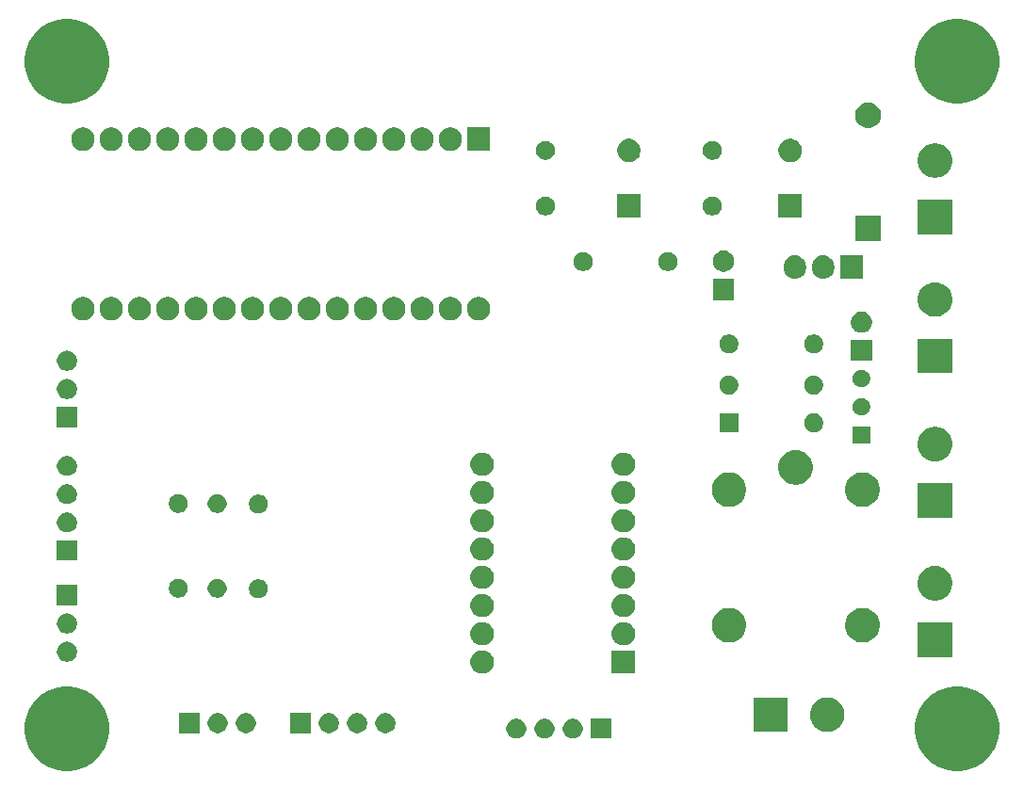
<source format=gbr>
G04 #@! TF.GenerationSoftware,KiCad,Pcbnew,(5.1.5-0-10_14)*
G04 #@! TF.CreationDate,2020-08-14T20:47:28-03:00*
G04 #@! TF.ProjectId,UltraCif,556c7472-6143-4696-962e-6b696361645f,rev?*
G04 #@! TF.SameCoordinates,Original*
G04 #@! TF.FileFunction,Soldermask,Top*
G04 #@! TF.FilePolarity,Negative*
%FSLAX46Y46*%
G04 Gerber Fmt 4.6, Leading zero omitted, Abs format (unit mm)*
G04 Created by KiCad (PCBNEW (5.1.5-0-10_14)) date 2020-08-14 20:47:28*
%MOMM*%
%LPD*%
G04 APERTURE LIST*
%ADD10C,0.050000*%
G04 APERTURE END LIST*
D10*
G36*
X222108710Y-170345070D02*
G01*
X222800447Y-170631597D01*
X222800448Y-170631598D01*
X223422996Y-171047571D01*
X223952429Y-171577004D01*
X224075568Y-171761295D01*
X224368403Y-172199553D01*
X224654930Y-172891290D01*
X224801000Y-173625633D01*
X224801000Y-174374367D01*
X224654930Y-175108710D01*
X224368403Y-175800447D01*
X224368402Y-175800448D01*
X223952429Y-176422996D01*
X223422996Y-176952429D01*
X223007022Y-177230374D01*
X222800447Y-177368403D01*
X222108710Y-177654930D01*
X221374367Y-177801000D01*
X220625633Y-177801000D01*
X219891290Y-177654930D01*
X219199553Y-177368403D01*
X218992978Y-177230374D01*
X218577004Y-176952429D01*
X218047571Y-176422996D01*
X217631598Y-175800448D01*
X217631597Y-175800447D01*
X217345070Y-175108710D01*
X217199000Y-174374367D01*
X217199000Y-173625633D01*
X217345070Y-172891290D01*
X217631597Y-172199553D01*
X217924432Y-171761295D01*
X218047571Y-171577004D01*
X218577004Y-171047571D01*
X219199552Y-170631598D01*
X219199553Y-170631597D01*
X219891290Y-170345070D01*
X220625633Y-170199000D01*
X221374367Y-170199000D01*
X222108710Y-170345070D01*
G37*
G36*
X142108710Y-170345070D02*
G01*
X142800447Y-170631597D01*
X142800448Y-170631598D01*
X143422996Y-171047571D01*
X143952429Y-171577004D01*
X144075568Y-171761295D01*
X144368403Y-172199553D01*
X144654930Y-172891290D01*
X144801000Y-173625633D01*
X144801000Y-174374367D01*
X144654930Y-175108710D01*
X144368403Y-175800447D01*
X144368402Y-175800448D01*
X143952429Y-176422996D01*
X143422996Y-176952429D01*
X143007022Y-177230374D01*
X142800447Y-177368403D01*
X142108710Y-177654930D01*
X141374367Y-177801000D01*
X140625633Y-177801000D01*
X139891290Y-177654930D01*
X139199553Y-177368403D01*
X138992978Y-177230374D01*
X138577004Y-176952429D01*
X138047571Y-176422996D01*
X137631598Y-175800448D01*
X137631597Y-175800447D01*
X137345070Y-175108710D01*
X137199000Y-174374367D01*
X137199000Y-173625633D01*
X137345070Y-172891290D01*
X137631597Y-172199553D01*
X137924432Y-171761295D01*
X138047571Y-171577004D01*
X138577004Y-171047571D01*
X139199552Y-170631598D01*
X139199553Y-170631597D01*
X139891290Y-170345070D01*
X140625633Y-170199000D01*
X141374367Y-170199000D01*
X142108710Y-170345070D01*
G37*
G36*
X184033512Y-173103927D02*
G01*
X184182812Y-173133624D01*
X184346784Y-173201544D01*
X184494354Y-173300147D01*
X184619853Y-173425646D01*
X184718456Y-173573216D01*
X184786376Y-173737188D01*
X184821000Y-173911259D01*
X184821000Y-174088741D01*
X184786376Y-174262812D01*
X184718456Y-174426784D01*
X184619853Y-174574354D01*
X184494354Y-174699853D01*
X184346784Y-174798456D01*
X184182812Y-174866376D01*
X184033512Y-174896073D01*
X184008742Y-174901000D01*
X183831258Y-174901000D01*
X183806488Y-174896073D01*
X183657188Y-174866376D01*
X183493216Y-174798456D01*
X183345646Y-174699853D01*
X183220147Y-174574354D01*
X183121544Y-174426784D01*
X183053624Y-174262812D01*
X183019000Y-174088741D01*
X183019000Y-173911259D01*
X183053624Y-173737188D01*
X183121544Y-173573216D01*
X183220147Y-173425646D01*
X183345646Y-173300147D01*
X183493216Y-173201544D01*
X183657188Y-173133624D01*
X183806488Y-173103927D01*
X183831258Y-173099000D01*
X184008742Y-173099000D01*
X184033512Y-173103927D01*
G37*
G36*
X181493512Y-173103927D02*
G01*
X181642812Y-173133624D01*
X181806784Y-173201544D01*
X181954354Y-173300147D01*
X182079853Y-173425646D01*
X182178456Y-173573216D01*
X182246376Y-173737188D01*
X182281000Y-173911259D01*
X182281000Y-174088741D01*
X182246376Y-174262812D01*
X182178456Y-174426784D01*
X182079853Y-174574354D01*
X181954354Y-174699853D01*
X181806784Y-174798456D01*
X181642812Y-174866376D01*
X181493512Y-174896073D01*
X181468742Y-174901000D01*
X181291258Y-174901000D01*
X181266488Y-174896073D01*
X181117188Y-174866376D01*
X180953216Y-174798456D01*
X180805646Y-174699853D01*
X180680147Y-174574354D01*
X180581544Y-174426784D01*
X180513624Y-174262812D01*
X180479000Y-174088741D01*
X180479000Y-173911259D01*
X180513624Y-173737188D01*
X180581544Y-173573216D01*
X180680147Y-173425646D01*
X180805646Y-173300147D01*
X180953216Y-173201544D01*
X181117188Y-173133624D01*
X181266488Y-173103927D01*
X181291258Y-173099000D01*
X181468742Y-173099000D01*
X181493512Y-173103927D01*
G37*
G36*
X189901000Y-174901000D02*
G01*
X188099000Y-174901000D01*
X188099000Y-173099000D01*
X189901000Y-173099000D01*
X189901000Y-174901000D01*
G37*
G36*
X186573512Y-173103927D02*
G01*
X186722812Y-173133624D01*
X186886784Y-173201544D01*
X187034354Y-173300147D01*
X187159853Y-173425646D01*
X187258456Y-173573216D01*
X187326376Y-173737188D01*
X187361000Y-173911259D01*
X187361000Y-174088741D01*
X187326376Y-174262812D01*
X187258456Y-174426784D01*
X187159853Y-174574354D01*
X187034354Y-174699853D01*
X186886784Y-174798456D01*
X186722812Y-174866376D01*
X186573512Y-174896073D01*
X186548742Y-174901000D01*
X186371258Y-174901000D01*
X186346488Y-174896073D01*
X186197188Y-174866376D01*
X186033216Y-174798456D01*
X185885646Y-174699853D01*
X185760147Y-174574354D01*
X185661544Y-174426784D01*
X185593624Y-174262812D01*
X185559000Y-174088741D01*
X185559000Y-173911259D01*
X185593624Y-173737188D01*
X185661544Y-173573216D01*
X185760147Y-173425646D01*
X185885646Y-173300147D01*
X186033216Y-173201544D01*
X186197188Y-173133624D01*
X186346488Y-173103927D01*
X186371258Y-173099000D01*
X186548742Y-173099000D01*
X186573512Y-173103927D01*
G37*
G36*
X152901000Y-174401000D02*
G01*
X151099000Y-174401000D01*
X151099000Y-172599000D01*
X152901000Y-172599000D01*
X152901000Y-174401000D01*
G37*
G36*
X154653512Y-172603927D02*
G01*
X154802812Y-172633624D01*
X154966784Y-172701544D01*
X155114354Y-172800147D01*
X155239853Y-172925646D01*
X155338456Y-173073216D01*
X155406376Y-173237188D01*
X155441000Y-173411259D01*
X155441000Y-173588741D01*
X155406376Y-173762812D01*
X155338456Y-173926784D01*
X155239853Y-174074354D01*
X155114354Y-174199853D01*
X154966784Y-174298456D01*
X154802812Y-174366376D01*
X154653512Y-174396073D01*
X154628742Y-174401000D01*
X154451258Y-174401000D01*
X154426488Y-174396073D01*
X154277188Y-174366376D01*
X154113216Y-174298456D01*
X153965646Y-174199853D01*
X153840147Y-174074354D01*
X153741544Y-173926784D01*
X153673624Y-173762812D01*
X153639000Y-173588741D01*
X153639000Y-173411259D01*
X153673624Y-173237188D01*
X153741544Y-173073216D01*
X153840147Y-172925646D01*
X153965646Y-172800147D01*
X154113216Y-172701544D01*
X154277188Y-172633624D01*
X154426488Y-172603927D01*
X154451258Y-172599000D01*
X154628742Y-172599000D01*
X154653512Y-172603927D01*
G37*
G36*
X157193512Y-172603927D02*
G01*
X157342812Y-172633624D01*
X157506784Y-172701544D01*
X157654354Y-172800147D01*
X157779853Y-172925646D01*
X157878456Y-173073216D01*
X157946376Y-173237188D01*
X157981000Y-173411259D01*
X157981000Y-173588741D01*
X157946376Y-173762812D01*
X157878456Y-173926784D01*
X157779853Y-174074354D01*
X157654354Y-174199853D01*
X157506784Y-174298456D01*
X157342812Y-174366376D01*
X157193512Y-174396073D01*
X157168742Y-174401000D01*
X156991258Y-174401000D01*
X156966488Y-174396073D01*
X156817188Y-174366376D01*
X156653216Y-174298456D01*
X156505646Y-174199853D01*
X156380147Y-174074354D01*
X156281544Y-173926784D01*
X156213624Y-173762812D01*
X156179000Y-173588741D01*
X156179000Y-173411259D01*
X156213624Y-173237188D01*
X156281544Y-173073216D01*
X156380147Y-172925646D01*
X156505646Y-172800147D01*
X156653216Y-172701544D01*
X156817188Y-172633624D01*
X156966488Y-172603927D01*
X156991258Y-172599000D01*
X157168742Y-172599000D01*
X157193512Y-172603927D01*
G37*
G36*
X162901000Y-174401000D02*
G01*
X161099000Y-174401000D01*
X161099000Y-172599000D01*
X162901000Y-172599000D01*
X162901000Y-174401000D01*
G37*
G36*
X164653512Y-172603927D02*
G01*
X164802812Y-172633624D01*
X164966784Y-172701544D01*
X165114354Y-172800147D01*
X165239853Y-172925646D01*
X165338456Y-173073216D01*
X165406376Y-173237188D01*
X165441000Y-173411259D01*
X165441000Y-173588741D01*
X165406376Y-173762812D01*
X165338456Y-173926784D01*
X165239853Y-174074354D01*
X165114354Y-174199853D01*
X164966784Y-174298456D01*
X164802812Y-174366376D01*
X164653512Y-174396073D01*
X164628742Y-174401000D01*
X164451258Y-174401000D01*
X164426488Y-174396073D01*
X164277188Y-174366376D01*
X164113216Y-174298456D01*
X163965646Y-174199853D01*
X163840147Y-174074354D01*
X163741544Y-173926784D01*
X163673624Y-173762812D01*
X163639000Y-173588741D01*
X163639000Y-173411259D01*
X163673624Y-173237188D01*
X163741544Y-173073216D01*
X163840147Y-172925646D01*
X163965646Y-172800147D01*
X164113216Y-172701544D01*
X164277188Y-172633624D01*
X164426488Y-172603927D01*
X164451258Y-172599000D01*
X164628742Y-172599000D01*
X164653512Y-172603927D01*
G37*
G36*
X167193512Y-172603927D02*
G01*
X167342812Y-172633624D01*
X167506784Y-172701544D01*
X167654354Y-172800147D01*
X167779853Y-172925646D01*
X167878456Y-173073216D01*
X167946376Y-173237188D01*
X167981000Y-173411259D01*
X167981000Y-173588741D01*
X167946376Y-173762812D01*
X167878456Y-173926784D01*
X167779853Y-174074354D01*
X167654354Y-174199853D01*
X167506784Y-174298456D01*
X167342812Y-174366376D01*
X167193512Y-174396073D01*
X167168742Y-174401000D01*
X166991258Y-174401000D01*
X166966488Y-174396073D01*
X166817188Y-174366376D01*
X166653216Y-174298456D01*
X166505646Y-174199853D01*
X166380147Y-174074354D01*
X166281544Y-173926784D01*
X166213624Y-173762812D01*
X166179000Y-173588741D01*
X166179000Y-173411259D01*
X166213624Y-173237188D01*
X166281544Y-173073216D01*
X166380147Y-172925646D01*
X166505646Y-172800147D01*
X166653216Y-172701544D01*
X166817188Y-172633624D01*
X166966488Y-172603927D01*
X166991258Y-172599000D01*
X167168742Y-172599000D01*
X167193512Y-172603927D01*
G37*
G36*
X169733512Y-172603927D02*
G01*
X169882812Y-172633624D01*
X170046784Y-172701544D01*
X170194354Y-172800147D01*
X170319853Y-172925646D01*
X170418456Y-173073216D01*
X170486376Y-173237188D01*
X170521000Y-173411259D01*
X170521000Y-173588741D01*
X170486376Y-173762812D01*
X170418456Y-173926784D01*
X170319853Y-174074354D01*
X170194354Y-174199853D01*
X170046784Y-174298456D01*
X169882812Y-174366376D01*
X169733512Y-174396073D01*
X169708742Y-174401000D01*
X169531258Y-174401000D01*
X169506488Y-174396073D01*
X169357188Y-174366376D01*
X169193216Y-174298456D01*
X169045646Y-174199853D01*
X168920147Y-174074354D01*
X168821544Y-173926784D01*
X168753624Y-173762812D01*
X168719000Y-173588741D01*
X168719000Y-173411259D01*
X168753624Y-173237188D01*
X168821544Y-173073216D01*
X168920147Y-172925646D01*
X169045646Y-172800147D01*
X169193216Y-172701544D01*
X169357188Y-172633624D01*
X169506488Y-172603927D01*
X169531258Y-172599000D01*
X169708742Y-172599000D01*
X169733512Y-172603927D01*
G37*
G36*
X209632585Y-171228802D02*
G01*
X209782410Y-171258604D01*
X210064674Y-171375521D01*
X210318705Y-171545259D01*
X210534741Y-171761295D01*
X210704479Y-172015326D01*
X210821396Y-172297590D01*
X210821396Y-172297591D01*
X210881000Y-172597239D01*
X210881000Y-172902761D01*
X210851198Y-173052585D01*
X210821396Y-173202410D01*
X210704479Y-173484674D01*
X210534741Y-173738705D01*
X210318705Y-173954741D01*
X210064674Y-174124479D01*
X209782410Y-174241396D01*
X209674749Y-174262811D01*
X209482761Y-174301000D01*
X209177239Y-174301000D01*
X208985251Y-174262811D01*
X208877590Y-174241396D01*
X208595326Y-174124479D01*
X208341295Y-173954741D01*
X208125259Y-173738705D01*
X207955521Y-173484674D01*
X207838604Y-173202410D01*
X207808802Y-173052585D01*
X207779000Y-172902761D01*
X207779000Y-172597239D01*
X207838604Y-172297591D01*
X207838604Y-172297590D01*
X207955521Y-172015326D01*
X208125259Y-171761295D01*
X208341295Y-171545259D01*
X208595326Y-171375521D01*
X208877590Y-171258604D01*
X209027415Y-171228802D01*
X209177239Y-171199000D01*
X209482761Y-171199000D01*
X209632585Y-171228802D01*
G37*
G36*
X205801000Y-174301000D02*
G01*
X202699000Y-174301000D01*
X202699000Y-171199000D01*
X205801000Y-171199000D01*
X205801000Y-174301000D01*
G37*
G36*
X192051000Y-169051000D02*
G01*
X189949000Y-169051000D01*
X189949000Y-166949000D01*
X192051000Y-166949000D01*
X192051000Y-169051000D01*
G37*
G36*
X178606564Y-166989389D02*
G01*
X178797833Y-167068615D01*
X178797835Y-167068616D01*
X178947683Y-167168741D01*
X178969973Y-167183635D01*
X179116365Y-167330027D01*
X179231385Y-167502167D01*
X179310611Y-167693436D01*
X179351000Y-167896484D01*
X179351000Y-168103516D01*
X179310611Y-168306564D01*
X179231385Y-168497833D01*
X179231384Y-168497835D01*
X179116365Y-168669973D01*
X178969973Y-168816365D01*
X178797835Y-168931384D01*
X178797834Y-168931385D01*
X178797833Y-168931385D01*
X178606564Y-169010611D01*
X178403516Y-169051000D01*
X178196484Y-169051000D01*
X177993436Y-169010611D01*
X177802167Y-168931385D01*
X177802166Y-168931385D01*
X177802165Y-168931384D01*
X177630027Y-168816365D01*
X177483635Y-168669973D01*
X177368616Y-168497835D01*
X177368615Y-168497833D01*
X177289389Y-168306564D01*
X177249000Y-168103516D01*
X177249000Y-167896484D01*
X177289389Y-167693436D01*
X177368615Y-167502167D01*
X177483635Y-167330027D01*
X177630027Y-167183635D01*
X177652317Y-167168741D01*
X177802165Y-167068616D01*
X177802167Y-167068615D01*
X177993436Y-166989389D01*
X178196484Y-166949000D01*
X178403516Y-166949000D01*
X178606564Y-166989389D01*
G37*
G36*
X141113512Y-166183927D02*
G01*
X141262812Y-166213624D01*
X141426784Y-166281544D01*
X141574354Y-166380147D01*
X141699853Y-166505646D01*
X141798456Y-166653216D01*
X141866376Y-166817188D01*
X141892594Y-166949000D01*
X141901000Y-166991258D01*
X141901000Y-167168742D01*
X141896073Y-167193512D01*
X141866376Y-167342812D01*
X141798456Y-167506784D01*
X141699853Y-167654354D01*
X141574354Y-167779853D01*
X141426784Y-167878456D01*
X141262812Y-167946376D01*
X141113512Y-167976073D01*
X141088742Y-167981000D01*
X140911258Y-167981000D01*
X140886488Y-167976073D01*
X140737188Y-167946376D01*
X140573216Y-167878456D01*
X140425646Y-167779853D01*
X140300147Y-167654354D01*
X140201544Y-167506784D01*
X140133624Y-167342812D01*
X140103927Y-167193512D01*
X140099000Y-167168742D01*
X140099000Y-166991258D01*
X140107406Y-166949000D01*
X140133624Y-166817188D01*
X140201544Y-166653216D01*
X140300147Y-166505646D01*
X140425646Y-166380147D01*
X140573216Y-166281544D01*
X140737188Y-166213624D01*
X140886488Y-166183927D01*
X140911258Y-166179000D01*
X141088742Y-166179000D01*
X141113512Y-166183927D01*
G37*
G36*
X220551000Y-167551000D02*
G01*
X217449000Y-167551000D01*
X217449000Y-164449000D01*
X220551000Y-164449000D01*
X220551000Y-167551000D01*
G37*
G36*
X191306564Y-164449389D02*
G01*
X191497833Y-164528615D01*
X191497835Y-164528616D01*
X191669973Y-164643635D01*
X191816365Y-164790027D01*
X191858283Y-164852761D01*
X191931385Y-164962167D01*
X192010611Y-165153436D01*
X192051000Y-165356484D01*
X192051000Y-165563516D01*
X192010611Y-165766564D01*
X191953376Y-165904741D01*
X191931384Y-165957835D01*
X191816365Y-166129973D01*
X191669973Y-166276365D01*
X191497835Y-166391384D01*
X191497834Y-166391385D01*
X191497833Y-166391385D01*
X191306564Y-166470611D01*
X191103516Y-166511000D01*
X190896484Y-166511000D01*
X190693436Y-166470611D01*
X190502167Y-166391385D01*
X190502166Y-166391385D01*
X190502165Y-166391384D01*
X190330027Y-166276365D01*
X190183635Y-166129973D01*
X190068616Y-165957835D01*
X190046624Y-165904741D01*
X189989389Y-165766564D01*
X189949000Y-165563516D01*
X189949000Y-165356484D01*
X189989389Y-165153436D01*
X190068615Y-164962167D01*
X190141718Y-164852761D01*
X190183635Y-164790027D01*
X190330027Y-164643635D01*
X190502165Y-164528616D01*
X190502167Y-164528615D01*
X190693436Y-164449389D01*
X190896484Y-164409000D01*
X191103516Y-164409000D01*
X191306564Y-164449389D01*
G37*
G36*
X178606564Y-164449389D02*
G01*
X178797833Y-164528615D01*
X178797835Y-164528616D01*
X178969973Y-164643635D01*
X179116365Y-164790027D01*
X179158283Y-164852761D01*
X179231385Y-164962167D01*
X179310611Y-165153436D01*
X179351000Y-165356484D01*
X179351000Y-165563516D01*
X179310611Y-165766564D01*
X179253376Y-165904741D01*
X179231384Y-165957835D01*
X179116365Y-166129973D01*
X178969973Y-166276365D01*
X178797835Y-166391384D01*
X178797834Y-166391385D01*
X178797833Y-166391385D01*
X178606564Y-166470611D01*
X178403516Y-166511000D01*
X178196484Y-166511000D01*
X177993436Y-166470611D01*
X177802167Y-166391385D01*
X177802166Y-166391385D01*
X177802165Y-166391384D01*
X177630027Y-166276365D01*
X177483635Y-166129973D01*
X177368616Y-165957835D01*
X177346624Y-165904741D01*
X177289389Y-165766564D01*
X177249000Y-165563516D01*
X177249000Y-165356484D01*
X177289389Y-165153436D01*
X177368615Y-164962167D01*
X177441718Y-164852761D01*
X177483635Y-164790027D01*
X177630027Y-164643635D01*
X177802165Y-164528616D01*
X177802167Y-164528615D01*
X177993436Y-164449389D01*
X178196484Y-164409000D01*
X178403516Y-164409000D01*
X178606564Y-164449389D01*
G37*
G36*
X200802585Y-163178802D02*
G01*
X200952410Y-163208604D01*
X201234674Y-163325521D01*
X201488705Y-163495259D01*
X201704741Y-163711295D01*
X201874479Y-163965326D01*
X201991396Y-164247590D01*
X202021198Y-164397415D01*
X202047296Y-164528616D01*
X202051000Y-164547240D01*
X202051000Y-164852760D01*
X201991396Y-165152410D01*
X201874479Y-165434674D01*
X201704741Y-165688705D01*
X201488705Y-165904741D01*
X201234674Y-166074479D01*
X200952410Y-166191396D01*
X200840662Y-166213624D01*
X200652761Y-166251000D01*
X200347239Y-166251000D01*
X200159338Y-166213624D01*
X200047590Y-166191396D01*
X199765326Y-166074479D01*
X199511295Y-165904741D01*
X199295259Y-165688705D01*
X199125521Y-165434674D01*
X199008604Y-165152410D01*
X198949000Y-164852760D01*
X198949000Y-164547240D01*
X198952705Y-164528616D01*
X198978802Y-164397415D01*
X199008604Y-164247590D01*
X199125521Y-163965326D01*
X199295259Y-163711295D01*
X199511295Y-163495259D01*
X199765326Y-163325521D01*
X200047590Y-163208604D01*
X200197415Y-163178802D01*
X200347239Y-163149000D01*
X200652761Y-163149000D01*
X200802585Y-163178802D01*
G37*
G36*
X212802585Y-163178802D02*
G01*
X212952410Y-163208604D01*
X213234674Y-163325521D01*
X213488705Y-163495259D01*
X213704741Y-163711295D01*
X213874479Y-163965326D01*
X213991396Y-164247590D01*
X214021198Y-164397415D01*
X214047296Y-164528616D01*
X214051000Y-164547240D01*
X214051000Y-164852760D01*
X213991396Y-165152410D01*
X213874479Y-165434674D01*
X213704741Y-165688705D01*
X213488705Y-165904741D01*
X213234674Y-166074479D01*
X212952410Y-166191396D01*
X212840662Y-166213624D01*
X212652761Y-166251000D01*
X212347239Y-166251000D01*
X212159338Y-166213624D01*
X212047590Y-166191396D01*
X211765326Y-166074479D01*
X211511295Y-165904741D01*
X211295259Y-165688705D01*
X211125521Y-165434674D01*
X211008604Y-165152410D01*
X210949000Y-164852760D01*
X210949000Y-164547240D01*
X210952705Y-164528616D01*
X210978802Y-164397415D01*
X211008604Y-164247590D01*
X211125521Y-163965326D01*
X211295259Y-163711295D01*
X211511295Y-163495259D01*
X211765326Y-163325521D01*
X212047590Y-163208604D01*
X212197415Y-163178802D01*
X212347239Y-163149000D01*
X212652761Y-163149000D01*
X212802585Y-163178802D01*
G37*
G36*
X141113512Y-163643927D02*
G01*
X141262812Y-163673624D01*
X141426784Y-163741544D01*
X141574354Y-163840147D01*
X141699853Y-163965646D01*
X141798456Y-164113216D01*
X141866376Y-164277188D01*
X141892594Y-164409000D01*
X141901000Y-164451258D01*
X141901000Y-164628742D01*
X141896073Y-164653512D01*
X141866376Y-164802812D01*
X141798456Y-164966784D01*
X141699853Y-165114354D01*
X141574354Y-165239853D01*
X141426784Y-165338456D01*
X141262812Y-165406376D01*
X141113512Y-165436073D01*
X141088742Y-165441000D01*
X140911258Y-165441000D01*
X140886488Y-165436073D01*
X140737188Y-165406376D01*
X140573216Y-165338456D01*
X140425646Y-165239853D01*
X140300147Y-165114354D01*
X140201544Y-164966784D01*
X140133624Y-164802812D01*
X140103927Y-164653512D01*
X140099000Y-164628742D01*
X140099000Y-164451258D01*
X140107406Y-164409000D01*
X140133624Y-164277188D01*
X140201544Y-164113216D01*
X140300147Y-163965646D01*
X140425646Y-163840147D01*
X140573216Y-163741544D01*
X140737188Y-163673624D01*
X140886488Y-163643927D01*
X140911258Y-163639000D01*
X141088742Y-163639000D01*
X141113512Y-163643927D01*
G37*
G36*
X191306564Y-161909389D02*
G01*
X191497833Y-161988615D01*
X191497835Y-161988616D01*
X191636120Y-162081015D01*
X191669973Y-162103635D01*
X191816365Y-162250027D01*
X191931385Y-162422167D01*
X192010611Y-162613436D01*
X192051000Y-162816484D01*
X192051000Y-163023516D01*
X192010611Y-163226564D01*
X191931385Y-163417833D01*
X191931384Y-163417835D01*
X191816365Y-163589973D01*
X191669973Y-163736365D01*
X191497835Y-163851384D01*
X191497834Y-163851385D01*
X191497833Y-163851385D01*
X191306564Y-163930611D01*
X191103516Y-163971000D01*
X190896484Y-163971000D01*
X190693436Y-163930611D01*
X190502167Y-163851385D01*
X190502166Y-163851385D01*
X190502165Y-163851384D01*
X190330027Y-163736365D01*
X190183635Y-163589973D01*
X190068616Y-163417835D01*
X190068615Y-163417833D01*
X189989389Y-163226564D01*
X189949000Y-163023516D01*
X189949000Y-162816484D01*
X189989389Y-162613436D01*
X190068615Y-162422167D01*
X190183635Y-162250027D01*
X190330027Y-162103635D01*
X190363880Y-162081015D01*
X190502165Y-161988616D01*
X190502167Y-161988615D01*
X190693436Y-161909389D01*
X190896484Y-161869000D01*
X191103516Y-161869000D01*
X191306564Y-161909389D01*
G37*
G36*
X178606564Y-161909389D02*
G01*
X178797833Y-161988615D01*
X178797835Y-161988616D01*
X178936120Y-162081015D01*
X178969973Y-162103635D01*
X179116365Y-162250027D01*
X179231385Y-162422167D01*
X179310611Y-162613436D01*
X179351000Y-162816484D01*
X179351000Y-163023516D01*
X179310611Y-163226564D01*
X179231385Y-163417833D01*
X179231384Y-163417835D01*
X179116365Y-163589973D01*
X178969973Y-163736365D01*
X178797835Y-163851384D01*
X178797834Y-163851385D01*
X178797833Y-163851385D01*
X178606564Y-163930611D01*
X178403516Y-163971000D01*
X178196484Y-163971000D01*
X177993436Y-163930611D01*
X177802167Y-163851385D01*
X177802166Y-163851385D01*
X177802165Y-163851384D01*
X177630027Y-163736365D01*
X177483635Y-163589973D01*
X177368616Y-163417835D01*
X177368615Y-163417833D01*
X177289389Y-163226564D01*
X177249000Y-163023516D01*
X177249000Y-162816484D01*
X177289389Y-162613436D01*
X177368615Y-162422167D01*
X177483635Y-162250027D01*
X177630027Y-162103635D01*
X177663880Y-162081015D01*
X177802165Y-161988616D01*
X177802167Y-161988615D01*
X177993436Y-161909389D01*
X178196484Y-161869000D01*
X178403516Y-161869000D01*
X178606564Y-161909389D01*
G37*
G36*
X141901000Y-162901000D02*
G01*
X140099000Y-162901000D01*
X140099000Y-161099000D01*
X141901000Y-161099000D01*
X141901000Y-162901000D01*
G37*
G36*
X219302585Y-159398802D02*
G01*
X219452410Y-159428604D01*
X219734674Y-159545521D01*
X219988705Y-159715259D01*
X220204741Y-159931295D01*
X220374479Y-160185326D01*
X220491396Y-160467590D01*
X220491396Y-160467591D01*
X220551000Y-160767239D01*
X220551000Y-161072761D01*
X220521198Y-161222585D01*
X220491396Y-161372410D01*
X220374479Y-161654674D01*
X220204741Y-161908705D01*
X219988705Y-162124741D01*
X219734674Y-162294479D01*
X219452410Y-162411396D01*
X219398270Y-162422165D01*
X219152761Y-162471000D01*
X218847239Y-162471000D01*
X218601730Y-162422165D01*
X218547590Y-162411396D01*
X218265326Y-162294479D01*
X218011295Y-162124741D01*
X217795259Y-161908705D01*
X217625521Y-161654674D01*
X217508604Y-161372410D01*
X217478802Y-161222585D01*
X217449000Y-161072761D01*
X217449000Y-160767239D01*
X217508604Y-160467591D01*
X217508604Y-160467590D01*
X217625521Y-160185326D01*
X217795259Y-159931295D01*
X218011295Y-159715259D01*
X218265326Y-159545521D01*
X218547590Y-159428604D01*
X218697415Y-159398802D01*
X218847239Y-159369000D01*
X219152761Y-159369000D01*
X219302585Y-159398802D01*
G37*
G36*
X158448228Y-160601703D02*
G01*
X158603100Y-160665853D01*
X158742481Y-160758985D01*
X158861015Y-160877519D01*
X158954147Y-161016900D01*
X159018297Y-161171772D01*
X159051000Y-161336184D01*
X159051000Y-161503816D01*
X159018297Y-161668228D01*
X158954147Y-161823100D01*
X158861015Y-161962481D01*
X158742481Y-162081015D01*
X158603100Y-162174147D01*
X158448228Y-162238297D01*
X158283816Y-162271000D01*
X158116184Y-162271000D01*
X157951772Y-162238297D01*
X157796900Y-162174147D01*
X157657519Y-162081015D01*
X157538985Y-161962481D01*
X157445853Y-161823100D01*
X157381703Y-161668228D01*
X157349000Y-161503816D01*
X157349000Y-161336184D01*
X157381703Y-161171772D01*
X157445853Y-161016900D01*
X157538985Y-160877519D01*
X157657519Y-160758985D01*
X157796900Y-160665853D01*
X157951772Y-160601703D01*
X158116184Y-160569000D01*
X158283816Y-160569000D01*
X158448228Y-160601703D01*
G37*
G36*
X151248228Y-160551703D02*
G01*
X151403100Y-160615853D01*
X151542481Y-160708985D01*
X151661015Y-160827519D01*
X151754147Y-160966900D01*
X151818297Y-161121772D01*
X151851000Y-161286184D01*
X151851000Y-161453816D01*
X151818297Y-161618228D01*
X151754147Y-161773100D01*
X151661015Y-161912481D01*
X151542481Y-162031015D01*
X151403100Y-162124147D01*
X151248228Y-162188297D01*
X151083816Y-162221000D01*
X150916184Y-162221000D01*
X150751772Y-162188297D01*
X150596900Y-162124147D01*
X150457519Y-162031015D01*
X150338985Y-161912481D01*
X150245853Y-161773100D01*
X150181703Y-161618228D01*
X150149000Y-161453816D01*
X150149000Y-161286184D01*
X150181703Y-161121772D01*
X150245853Y-160966900D01*
X150338985Y-160827519D01*
X150457519Y-160708985D01*
X150596900Y-160615853D01*
X150751772Y-160551703D01*
X150916184Y-160519000D01*
X151083816Y-160519000D01*
X151248228Y-160551703D01*
G37*
G36*
X154748228Y-160551703D02*
G01*
X154903100Y-160615853D01*
X155042481Y-160708985D01*
X155161015Y-160827519D01*
X155254147Y-160966900D01*
X155318297Y-161121772D01*
X155351000Y-161286184D01*
X155351000Y-161453816D01*
X155318297Y-161618228D01*
X155254147Y-161773100D01*
X155161015Y-161912481D01*
X155042481Y-162031015D01*
X154903100Y-162124147D01*
X154748228Y-162188297D01*
X154583816Y-162221000D01*
X154416184Y-162221000D01*
X154251772Y-162188297D01*
X154096900Y-162124147D01*
X153957519Y-162031015D01*
X153838985Y-161912481D01*
X153745853Y-161773100D01*
X153681703Y-161618228D01*
X153649000Y-161453816D01*
X153649000Y-161286184D01*
X153681703Y-161121772D01*
X153745853Y-160966900D01*
X153838985Y-160827519D01*
X153957519Y-160708985D01*
X154096900Y-160615853D01*
X154251772Y-160551703D01*
X154416184Y-160519000D01*
X154583816Y-160519000D01*
X154748228Y-160551703D01*
G37*
G36*
X178606564Y-159369389D02*
G01*
X178797833Y-159448615D01*
X178797835Y-159448616D01*
X178942863Y-159545521D01*
X178969973Y-159563635D01*
X179116365Y-159710027D01*
X179231385Y-159882167D01*
X179310611Y-160073436D01*
X179351000Y-160276484D01*
X179351000Y-160483516D01*
X179310611Y-160686564D01*
X179231385Y-160877833D01*
X179231384Y-160877835D01*
X179116365Y-161049973D01*
X178969973Y-161196365D01*
X178797835Y-161311384D01*
X178797834Y-161311385D01*
X178797833Y-161311385D01*
X178606564Y-161390611D01*
X178403516Y-161431000D01*
X178196484Y-161431000D01*
X177993436Y-161390611D01*
X177802167Y-161311385D01*
X177802166Y-161311385D01*
X177802165Y-161311384D01*
X177630027Y-161196365D01*
X177483635Y-161049973D01*
X177368616Y-160877835D01*
X177368615Y-160877833D01*
X177289389Y-160686564D01*
X177249000Y-160483516D01*
X177249000Y-160276484D01*
X177289389Y-160073436D01*
X177368615Y-159882167D01*
X177483635Y-159710027D01*
X177630027Y-159563635D01*
X177657137Y-159545521D01*
X177802165Y-159448616D01*
X177802167Y-159448615D01*
X177993436Y-159369389D01*
X178196484Y-159329000D01*
X178403516Y-159329000D01*
X178606564Y-159369389D01*
G37*
G36*
X191306564Y-159369389D02*
G01*
X191497833Y-159448615D01*
X191497835Y-159448616D01*
X191642863Y-159545521D01*
X191669973Y-159563635D01*
X191816365Y-159710027D01*
X191931385Y-159882167D01*
X192010611Y-160073436D01*
X192051000Y-160276484D01*
X192051000Y-160483516D01*
X192010611Y-160686564D01*
X191931385Y-160877833D01*
X191931384Y-160877835D01*
X191816365Y-161049973D01*
X191669973Y-161196365D01*
X191497835Y-161311384D01*
X191497834Y-161311385D01*
X191497833Y-161311385D01*
X191306564Y-161390611D01*
X191103516Y-161431000D01*
X190896484Y-161431000D01*
X190693436Y-161390611D01*
X190502167Y-161311385D01*
X190502166Y-161311385D01*
X190502165Y-161311384D01*
X190330027Y-161196365D01*
X190183635Y-161049973D01*
X190068616Y-160877835D01*
X190068615Y-160877833D01*
X189989389Y-160686564D01*
X189949000Y-160483516D01*
X189949000Y-160276484D01*
X189989389Y-160073436D01*
X190068615Y-159882167D01*
X190183635Y-159710027D01*
X190330027Y-159563635D01*
X190357137Y-159545521D01*
X190502165Y-159448616D01*
X190502167Y-159448615D01*
X190693436Y-159369389D01*
X190896484Y-159329000D01*
X191103516Y-159329000D01*
X191306564Y-159369389D01*
G37*
G36*
X141901000Y-158901000D02*
G01*
X140099000Y-158901000D01*
X140099000Y-157099000D01*
X141901000Y-157099000D01*
X141901000Y-158901000D01*
G37*
G36*
X191306564Y-156829389D02*
G01*
X191497833Y-156908615D01*
X191497835Y-156908616D01*
X191669973Y-157023635D01*
X191816365Y-157170027D01*
X191931385Y-157342167D01*
X192010611Y-157533436D01*
X192051000Y-157736484D01*
X192051000Y-157943516D01*
X192010611Y-158146564D01*
X191931385Y-158337833D01*
X191931384Y-158337835D01*
X191816365Y-158509973D01*
X191669973Y-158656365D01*
X191497835Y-158771384D01*
X191497834Y-158771385D01*
X191497833Y-158771385D01*
X191306564Y-158850611D01*
X191103516Y-158891000D01*
X190896484Y-158891000D01*
X190693436Y-158850611D01*
X190502167Y-158771385D01*
X190502166Y-158771385D01*
X190502165Y-158771384D01*
X190330027Y-158656365D01*
X190183635Y-158509973D01*
X190068616Y-158337835D01*
X190068615Y-158337833D01*
X189989389Y-158146564D01*
X189949000Y-157943516D01*
X189949000Y-157736484D01*
X189989389Y-157533436D01*
X190068615Y-157342167D01*
X190183635Y-157170027D01*
X190330027Y-157023635D01*
X190502165Y-156908616D01*
X190502167Y-156908615D01*
X190693436Y-156829389D01*
X190896484Y-156789000D01*
X191103516Y-156789000D01*
X191306564Y-156829389D01*
G37*
G36*
X178606564Y-156829389D02*
G01*
X178797833Y-156908615D01*
X178797835Y-156908616D01*
X178969973Y-157023635D01*
X179116365Y-157170027D01*
X179231385Y-157342167D01*
X179310611Y-157533436D01*
X179351000Y-157736484D01*
X179351000Y-157943516D01*
X179310611Y-158146564D01*
X179231385Y-158337833D01*
X179231384Y-158337835D01*
X179116365Y-158509973D01*
X178969973Y-158656365D01*
X178797835Y-158771384D01*
X178797834Y-158771385D01*
X178797833Y-158771385D01*
X178606564Y-158850611D01*
X178403516Y-158891000D01*
X178196484Y-158891000D01*
X177993436Y-158850611D01*
X177802167Y-158771385D01*
X177802166Y-158771385D01*
X177802165Y-158771384D01*
X177630027Y-158656365D01*
X177483635Y-158509973D01*
X177368616Y-158337835D01*
X177368615Y-158337833D01*
X177289389Y-158146564D01*
X177249000Y-157943516D01*
X177249000Y-157736484D01*
X177289389Y-157533436D01*
X177368615Y-157342167D01*
X177483635Y-157170027D01*
X177630027Y-157023635D01*
X177802165Y-156908616D01*
X177802167Y-156908615D01*
X177993436Y-156829389D01*
X178196484Y-156789000D01*
X178403516Y-156789000D01*
X178606564Y-156829389D01*
G37*
G36*
X141113512Y-154563927D02*
G01*
X141262812Y-154593624D01*
X141426784Y-154661544D01*
X141574354Y-154760147D01*
X141699853Y-154885646D01*
X141798456Y-155033216D01*
X141866376Y-155197188D01*
X141901000Y-155371259D01*
X141901000Y-155548741D01*
X141866376Y-155722812D01*
X141798456Y-155886784D01*
X141699853Y-156034354D01*
X141574354Y-156159853D01*
X141426784Y-156258456D01*
X141262812Y-156326376D01*
X141113512Y-156356073D01*
X141088742Y-156361000D01*
X140911258Y-156361000D01*
X140886488Y-156356073D01*
X140737188Y-156326376D01*
X140573216Y-156258456D01*
X140425646Y-156159853D01*
X140300147Y-156034354D01*
X140201544Y-155886784D01*
X140133624Y-155722812D01*
X140099000Y-155548741D01*
X140099000Y-155371259D01*
X140133624Y-155197188D01*
X140201544Y-155033216D01*
X140300147Y-154885646D01*
X140425646Y-154760147D01*
X140573216Y-154661544D01*
X140737188Y-154593624D01*
X140886488Y-154563927D01*
X140911258Y-154559000D01*
X141088742Y-154559000D01*
X141113512Y-154563927D01*
G37*
G36*
X178606564Y-154289389D02*
G01*
X178797833Y-154368615D01*
X178797835Y-154368616D01*
X178936120Y-154461015D01*
X178969973Y-154483635D01*
X179116365Y-154630027D01*
X179231385Y-154802167D01*
X179310611Y-154993436D01*
X179351000Y-155196484D01*
X179351000Y-155403516D01*
X179310611Y-155606564D01*
X179231385Y-155797833D01*
X179231384Y-155797835D01*
X179116365Y-155969973D01*
X178969973Y-156116365D01*
X178797835Y-156231384D01*
X178797834Y-156231385D01*
X178797833Y-156231385D01*
X178606564Y-156310611D01*
X178403516Y-156351000D01*
X178196484Y-156351000D01*
X177993436Y-156310611D01*
X177802167Y-156231385D01*
X177802166Y-156231385D01*
X177802165Y-156231384D01*
X177630027Y-156116365D01*
X177483635Y-155969973D01*
X177368616Y-155797835D01*
X177368615Y-155797833D01*
X177289389Y-155606564D01*
X177249000Y-155403516D01*
X177249000Y-155196484D01*
X177289389Y-154993436D01*
X177368615Y-154802167D01*
X177483635Y-154630027D01*
X177630027Y-154483635D01*
X177663880Y-154461015D01*
X177802165Y-154368616D01*
X177802167Y-154368615D01*
X177993436Y-154289389D01*
X178196484Y-154249000D01*
X178403516Y-154249000D01*
X178606564Y-154289389D01*
G37*
G36*
X191306564Y-154289389D02*
G01*
X191497833Y-154368615D01*
X191497835Y-154368616D01*
X191636120Y-154461015D01*
X191669973Y-154483635D01*
X191816365Y-154630027D01*
X191931385Y-154802167D01*
X192010611Y-154993436D01*
X192051000Y-155196484D01*
X192051000Y-155403516D01*
X192010611Y-155606564D01*
X191931385Y-155797833D01*
X191931384Y-155797835D01*
X191816365Y-155969973D01*
X191669973Y-156116365D01*
X191497835Y-156231384D01*
X191497834Y-156231385D01*
X191497833Y-156231385D01*
X191306564Y-156310611D01*
X191103516Y-156351000D01*
X190896484Y-156351000D01*
X190693436Y-156310611D01*
X190502167Y-156231385D01*
X190502166Y-156231385D01*
X190502165Y-156231384D01*
X190330027Y-156116365D01*
X190183635Y-155969973D01*
X190068616Y-155797835D01*
X190068615Y-155797833D01*
X189989389Y-155606564D01*
X189949000Y-155403516D01*
X189949000Y-155196484D01*
X189989389Y-154993436D01*
X190068615Y-154802167D01*
X190183635Y-154630027D01*
X190330027Y-154483635D01*
X190363880Y-154461015D01*
X190502165Y-154368616D01*
X190502167Y-154368615D01*
X190693436Y-154289389D01*
X190896484Y-154249000D01*
X191103516Y-154249000D01*
X191306564Y-154289389D01*
G37*
G36*
X220551000Y-155051000D02*
G01*
X217449000Y-155051000D01*
X217449000Y-151949000D01*
X220551000Y-151949000D01*
X220551000Y-155051000D01*
G37*
G36*
X158448228Y-152981703D02*
G01*
X158603100Y-153045853D01*
X158742481Y-153138985D01*
X158861015Y-153257519D01*
X158954147Y-153396900D01*
X159018297Y-153551772D01*
X159051000Y-153716184D01*
X159051000Y-153883816D01*
X159018297Y-154048228D01*
X158954147Y-154203100D01*
X158861015Y-154342481D01*
X158742481Y-154461015D01*
X158603100Y-154554147D01*
X158448228Y-154618297D01*
X158283816Y-154651000D01*
X158116184Y-154651000D01*
X157951772Y-154618297D01*
X157796900Y-154554147D01*
X157657519Y-154461015D01*
X157538985Y-154342481D01*
X157445853Y-154203100D01*
X157381703Y-154048228D01*
X157349000Y-153883816D01*
X157349000Y-153716184D01*
X157381703Y-153551772D01*
X157445853Y-153396900D01*
X157538985Y-153257519D01*
X157657519Y-153138985D01*
X157796900Y-153045853D01*
X157951772Y-152981703D01*
X158116184Y-152949000D01*
X158283816Y-152949000D01*
X158448228Y-152981703D01*
G37*
G36*
X154748228Y-152931703D02*
G01*
X154903100Y-152995853D01*
X155042481Y-153088985D01*
X155161015Y-153207519D01*
X155254147Y-153346900D01*
X155318297Y-153501772D01*
X155351000Y-153666184D01*
X155351000Y-153833816D01*
X155318297Y-153998228D01*
X155254147Y-154153100D01*
X155161015Y-154292481D01*
X155042481Y-154411015D01*
X154903100Y-154504147D01*
X154748228Y-154568297D01*
X154583816Y-154601000D01*
X154416184Y-154601000D01*
X154251772Y-154568297D01*
X154096900Y-154504147D01*
X153957519Y-154411015D01*
X153838985Y-154292481D01*
X153745853Y-154153100D01*
X153681703Y-153998228D01*
X153649000Y-153833816D01*
X153649000Y-153666184D01*
X153681703Y-153501772D01*
X153745853Y-153346900D01*
X153838985Y-153207519D01*
X153957519Y-153088985D01*
X154096900Y-152995853D01*
X154251772Y-152931703D01*
X154416184Y-152899000D01*
X154583816Y-152899000D01*
X154748228Y-152931703D01*
G37*
G36*
X151248228Y-152931703D02*
G01*
X151403100Y-152995853D01*
X151542481Y-153088985D01*
X151661015Y-153207519D01*
X151754147Y-153346900D01*
X151818297Y-153501772D01*
X151851000Y-153666184D01*
X151851000Y-153833816D01*
X151818297Y-153998228D01*
X151754147Y-154153100D01*
X151661015Y-154292481D01*
X151542481Y-154411015D01*
X151403100Y-154504147D01*
X151248228Y-154568297D01*
X151083816Y-154601000D01*
X150916184Y-154601000D01*
X150751772Y-154568297D01*
X150596900Y-154504147D01*
X150457519Y-154411015D01*
X150338985Y-154292481D01*
X150245853Y-154153100D01*
X150181703Y-153998228D01*
X150149000Y-153833816D01*
X150149000Y-153666184D01*
X150181703Y-153501772D01*
X150245853Y-153346900D01*
X150338985Y-153207519D01*
X150457519Y-153088985D01*
X150596900Y-152995853D01*
X150751772Y-152931703D01*
X150916184Y-152899000D01*
X151083816Y-152899000D01*
X151248228Y-152931703D01*
G37*
G36*
X200802585Y-150978802D02*
G01*
X200952410Y-151008604D01*
X201234674Y-151125521D01*
X201488705Y-151295259D01*
X201704741Y-151511295D01*
X201874479Y-151765326D01*
X201991396Y-152047590D01*
X202051000Y-152347240D01*
X202051000Y-152652760D01*
X201991396Y-152952410D01*
X201874479Y-153234674D01*
X201704741Y-153488705D01*
X201488705Y-153704741D01*
X201234674Y-153874479D01*
X200952410Y-153991396D01*
X200802585Y-154021198D01*
X200652761Y-154051000D01*
X200347239Y-154051000D01*
X200197415Y-154021198D01*
X200047590Y-153991396D01*
X199765326Y-153874479D01*
X199511295Y-153704741D01*
X199295259Y-153488705D01*
X199125521Y-153234674D01*
X199008604Y-152952410D01*
X198949000Y-152652760D01*
X198949000Y-152347240D01*
X199008604Y-152047590D01*
X199125521Y-151765326D01*
X199295259Y-151511295D01*
X199511295Y-151295259D01*
X199765326Y-151125521D01*
X200047590Y-151008604D01*
X200197415Y-150978802D01*
X200347239Y-150949000D01*
X200652761Y-150949000D01*
X200802585Y-150978802D01*
G37*
G36*
X212802585Y-150978802D02*
G01*
X212952410Y-151008604D01*
X213234674Y-151125521D01*
X213488705Y-151295259D01*
X213704741Y-151511295D01*
X213874479Y-151765326D01*
X213991396Y-152047590D01*
X214051000Y-152347240D01*
X214051000Y-152652760D01*
X213991396Y-152952410D01*
X213874479Y-153234674D01*
X213704741Y-153488705D01*
X213488705Y-153704741D01*
X213234674Y-153874479D01*
X212952410Y-153991396D01*
X212802585Y-154021198D01*
X212652761Y-154051000D01*
X212347239Y-154051000D01*
X212197415Y-154021198D01*
X212047590Y-153991396D01*
X211765326Y-153874479D01*
X211511295Y-153704741D01*
X211295259Y-153488705D01*
X211125521Y-153234674D01*
X211008604Y-152952410D01*
X210949000Y-152652760D01*
X210949000Y-152347240D01*
X211008604Y-152047590D01*
X211125521Y-151765326D01*
X211295259Y-151511295D01*
X211511295Y-151295259D01*
X211765326Y-151125521D01*
X212047590Y-151008604D01*
X212197415Y-150978802D01*
X212347239Y-150949000D01*
X212652761Y-150949000D01*
X212802585Y-150978802D01*
G37*
G36*
X141113512Y-152023927D02*
G01*
X141262812Y-152053624D01*
X141426784Y-152121544D01*
X141574354Y-152220147D01*
X141699853Y-152345646D01*
X141798456Y-152493216D01*
X141866376Y-152657188D01*
X141901000Y-152831259D01*
X141901000Y-153008741D01*
X141866376Y-153182812D01*
X141798456Y-153346784D01*
X141699853Y-153494354D01*
X141574354Y-153619853D01*
X141426784Y-153718456D01*
X141262812Y-153786376D01*
X141113512Y-153816073D01*
X141088742Y-153821000D01*
X140911258Y-153821000D01*
X140886488Y-153816073D01*
X140737188Y-153786376D01*
X140573216Y-153718456D01*
X140425646Y-153619853D01*
X140300147Y-153494354D01*
X140201544Y-153346784D01*
X140133624Y-153182812D01*
X140099000Y-153008741D01*
X140099000Y-152831259D01*
X140133624Y-152657188D01*
X140201544Y-152493216D01*
X140300147Y-152345646D01*
X140425646Y-152220147D01*
X140573216Y-152121544D01*
X140737188Y-152053624D01*
X140886488Y-152023927D01*
X140911258Y-152019000D01*
X141088742Y-152019000D01*
X141113512Y-152023927D01*
G37*
G36*
X191306564Y-151749389D02*
G01*
X191497833Y-151828615D01*
X191497835Y-151828616D01*
X191669973Y-151943635D01*
X191816365Y-152090027D01*
X191931385Y-152262167D01*
X192010611Y-152453436D01*
X192051000Y-152656484D01*
X192051000Y-152863516D01*
X192010611Y-153066564D01*
X191931385Y-153257833D01*
X191931384Y-153257835D01*
X191816365Y-153429973D01*
X191669973Y-153576365D01*
X191497835Y-153691384D01*
X191497834Y-153691385D01*
X191497833Y-153691385D01*
X191306564Y-153770611D01*
X191103516Y-153811000D01*
X190896484Y-153811000D01*
X190693436Y-153770611D01*
X190502167Y-153691385D01*
X190502166Y-153691385D01*
X190502165Y-153691384D01*
X190330027Y-153576365D01*
X190183635Y-153429973D01*
X190068616Y-153257835D01*
X190068615Y-153257833D01*
X189989389Y-153066564D01*
X189949000Y-152863516D01*
X189949000Y-152656484D01*
X189989389Y-152453436D01*
X190068615Y-152262167D01*
X190183635Y-152090027D01*
X190330027Y-151943635D01*
X190502165Y-151828616D01*
X190502167Y-151828615D01*
X190693436Y-151749389D01*
X190896484Y-151709000D01*
X191103516Y-151709000D01*
X191306564Y-151749389D01*
G37*
G36*
X178606564Y-151749389D02*
G01*
X178797833Y-151828615D01*
X178797835Y-151828616D01*
X178969973Y-151943635D01*
X179116365Y-152090027D01*
X179231385Y-152262167D01*
X179310611Y-152453436D01*
X179351000Y-152656484D01*
X179351000Y-152863516D01*
X179310611Y-153066564D01*
X179231385Y-153257833D01*
X179231384Y-153257835D01*
X179116365Y-153429973D01*
X178969973Y-153576365D01*
X178797835Y-153691384D01*
X178797834Y-153691385D01*
X178797833Y-153691385D01*
X178606564Y-153770611D01*
X178403516Y-153811000D01*
X178196484Y-153811000D01*
X177993436Y-153770611D01*
X177802167Y-153691385D01*
X177802166Y-153691385D01*
X177802165Y-153691384D01*
X177630027Y-153576365D01*
X177483635Y-153429973D01*
X177368616Y-153257835D01*
X177368615Y-153257833D01*
X177289389Y-153066564D01*
X177249000Y-152863516D01*
X177249000Y-152656484D01*
X177289389Y-152453436D01*
X177368615Y-152262167D01*
X177483635Y-152090027D01*
X177630027Y-151943635D01*
X177802165Y-151828616D01*
X177802167Y-151828615D01*
X177993436Y-151749389D01*
X178196484Y-151709000D01*
X178403516Y-151709000D01*
X178606564Y-151749389D01*
G37*
G36*
X206802585Y-148978802D02*
G01*
X206952410Y-149008604D01*
X207234674Y-149125521D01*
X207488705Y-149295259D01*
X207704741Y-149511295D01*
X207874479Y-149765326D01*
X207991396Y-150047590D01*
X208051000Y-150347240D01*
X208051000Y-150652760D01*
X207991396Y-150952410D01*
X207874479Y-151234674D01*
X207704741Y-151488705D01*
X207488705Y-151704741D01*
X207234674Y-151874479D01*
X206952410Y-151991396D01*
X206813635Y-152019000D01*
X206652761Y-152051000D01*
X206347239Y-152051000D01*
X206186365Y-152019000D01*
X206047590Y-151991396D01*
X205765326Y-151874479D01*
X205511295Y-151704741D01*
X205295259Y-151488705D01*
X205125521Y-151234674D01*
X205008604Y-150952410D01*
X204949000Y-150652760D01*
X204949000Y-150347240D01*
X205008604Y-150047590D01*
X205125521Y-149765326D01*
X205295259Y-149511295D01*
X205511295Y-149295259D01*
X205765326Y-149125521D01*
X206047590Y-149008604D01*
X206197415Y-148978802D01*
X206347239Y-148949000D01*
X206652761Y-148949000D01*
X206802585Y-148978802D01*
G37*
G36*
X141113512Y-149483927D02*
G01*
X141262812Y-149513624D01*
X141426784Y-149581544D01*
X141574354Y-149680147D01*
X141699853Y-149805646D01*
X141798456Y-149953216D01*
X141866376Y-150117188D01*
X141901000Y-150291259D01*
X141901000Y-150468741D01*
X141866376Y-150642812D01*
X141798456Y-150806784D01*
X141699853Y-150954354D01*
X141574354Y-151079853D01*
X141426784Y-151178456D01*
X141262812Y-151246376D01*
X141113512Y-151276073D01*
X141088742Y-151281000D01*
X140911258Y-151281000D01*
X140886488Y-151276073D01*
X140737188Y-151246376D01*
X140573216Y-151178456D01*
X140425646Y-151079853D01*
X140300147Y-150954354D01*
X140201544Y-150806784D01*
X140133624Y-150642812D01*
X140099000Y-150468741D01*
X140099000Y-150291259D01*
X140133624Y-150117188D01*
X140201544Y-149953216D01*
X140300147Y-149805646D01*
X140425646Y-149680147D01*
X140573216Y-149581544D01*
X140737188Y-149513624D01*
X140886488Y-149483927D01*
X140911258Y-149479000D01*
X141088742Y-149479000D01*
X141113512Y-149483927D01*
G37*
G36*
X191306564Y-149209389D02*
G01*
X191497833Y-149288615D01*
X191497835Y-149288616D01*
X191507778Y-149295260D01*
X191669973Y-149403635D01*
X191816365Y-149550027D01*
X191931385Y-149722167D01*
X192010611Y-149913436D01*
X192051000Y-150116484D01*
X192051000Y-150323516D01*
X192010611Y-150526564D01*
X191931385Y-150717833D01*
X191931384Y-150717835D01*
X191816365Y-150889973D01*
X191669973Y-151036365D01*
X191497835Y-151151384D01*
X191497834Y-151151385D01*
X191497833Y-151151385D01*
X191306564Y-151230611D01*
X191103516Y-151271000D01*
X190896484Y-151271000D01*
X190693436Y-151230611D01*
X190502167Y-151151385D01*
X190502166Y-151151385D01*
X190502165Y-151151384D01*
X190330027Y-151036365D01*
X190183635Y-150889973D01*
X190068616Y-150717835D01*
X190068615Y-150717833D01*
X189989389Y-150526564D01*
X189949000Y-150323516D01*
X189949000Y-150116484D01*
X189989389Y-149913436D01*
X190068615Y-149722167D01*
X190183635Y-149550027D01*
X190330027Y-149403635D01*
X190492222Y-149295260D01*
X190502165Y-149288616D01*
X190502167Y-149288615D01*
X190693436Y-149209389D01*
X190896484Y-149169000D01*
X191103516Y-149169000D01*
X191306564Y-149209389D01*
G37*
G36*
X178606564Y-149209389D02*
G01*
X178797833Y-149288615D01*
X178797835Y-149288616D01*
X178807778Y-149295260D01*
X178969973Y-149403635D01*
X179116365Y-149550027D01*
X179231385Y-149722167D01*
X179310611Y-149913436D01*
X179351000Y-150116484D01*
X179351000Y-150323516D01*
X179310611Y-150526564D01*
X179231385Y-150717833D01*
X179231384Y-150717835D01*
X179116365Y-150889973D01*
X178969973Y-151036365D01*
X178797835Y-151151384D01*
X178797834Y-151151385D01*
X178797833Y-151151385D01*
X178606564Y-151230611D01*
X178403516Y-151271000D01*
X178196484Y-151271000D01*
X177993436Y-151230611D01*
X177802167Y-151151385D01*
X177802166Y-151151385D01*
X177802165Y-151151384D01*
X177630027Y-151036365D01*
X177483635Y-150889973D01*
X177368616Y-150717835D01*
X177368615Y-150717833D01*
X177289389Y-150526564D01*
X177249000Y-150323516D01*
X177249000Y-150116484D01*
X177289389Y-149913436D01*
X177368615Y-149722167D01*
X177483635Y-149550027D01*
X177630027Y-149403635D01*
X177792222Y-149295260D01*
X177802165Y-149288616D01*
X177802167Y-149288615D01*
X177993436Y-149209389D01*
X178196484Y-149169000D01*
X178403516Y-149169000D01*
X178606564Y-149209389D01*
G37*
G36*
X219302585Y-146898802D02*
G01*
X219452410Y-146928604D01*
X219734674Y-147045521D01*
X219988705Y-147215259D01*
X220204741Y-147431295D01*
X220374479Y-147685326D01*
X220491396Y-147967590D01*
X220551000Y-148267240D01*
X220551000Y-148572760D01*
X220491396Y-148872410D01*
X220374479Y-149154674D01*
X220204741Y-149408705D01*
X219988705Y-149624741D01*
X219734674Y-149794479D01*
X219452410Y-149911396D01*
X219302585Y-149941198D01*
X219152761Y-149971000D01*
X218847239Y-149971000D01*
X218697415Y-149941198D01*
X218547590Y-149911396D01*
X218265326Y-149794479D01*
X218011295Y-149624741D01*
X217795259Y-149408705D01*
X217625521Y-149154674D01*
X217508604Y-148872410D01*
X217449000Y-148572760D01*
X217449000Y-148267240D01*
X217508604Y-147967590D01*
X217625521Y-147685326D01*
X217795259Y-147431295D01*
X218011295Y-147215259D01*
X218265326Y-147045521D01*
X218547590Y-146928604D01*
X218697415Y-146898802D01*
X218847239Y-146869000D01*
X219152761Y-146869000D01*
X219302585Y-146898802D01*
G37*
G36*
X213201000Y-148401000D02*
G01*
X211599000Y-148401000D01*
X211599000Y-146799000D01*
X213201000Y-146799000D01*
X213201000Y-148401000D01*
G37*
G36*
X208368228Y-145681703D02*
G01*
X208523100Y-145745853D01*
X208662481Y-145838985D01*
X208781015Y-145957519D01*
X208874147Y-146096900D01*
X208938297Y-146251772D01*
X208971000Y-146416184D01*
X208971000Y-146583816D01*
X208938297Y-146748228D01*
X208874147Y-146903100D01*
X208781015Y-147042481D01*
X208662481Y-147161015D01*
X208523100Y-147254147D01*
X208368228Y-147318297D01*
X208203816Y-147351000D01*
X208036184Y-147351000D01*
X207871772Y-147318297D01*
X207716900Y-147254147D01*
X207577519Y-147161015D01*
X207458985Y-147042481D01*
X207365853Y-146903100D01*
X207301703Y-146748228D01*
X207269000Y-146583816D01*
X207269000Y-146416184D01*
X207301703Y-146251772D01*
X207365853Y-146096900D01*
X207458985Y-145957519D01*
X207577519Y-145838985D01*
X207716900Y-145745853D01*
X207871772Y-145681703D01*
X208036184Y-145649000D01*
X208203816Y-145649000D01*
X208368228Y-145681703D01*
G37*
G36*
X201351000Y-147351000D02*
G01*
X199649000Y-147351000D01*
X199649000Y-145649000D01*
X201351000Y-145649000D01*
X201351000Y-147351000D01*
G37*
G36*
X141901000Y-146901000D02*
G01*
X140099000Y-146901000D01*
X140099000Y-145099000D01*
X141901000Y-145099000D01*
X141901000Y-146901000D01*
G37*
G36*
X212633642Y-144289781D02*
G01*
X212779414Y-144350162D01*
X212779416Y-144350163D01*
X212910608Y-144437822D01*
X213022178Y-144549392D01*
X213109837Y-144680584D01*
X213109838Y-144680586D01*
X213170219Y-144826358D01*
X213201000Y-144981107D01*
X213201000Y-145138893D01*
X213170219Y-145293642D01*
X213109838Y-145439414D01*
X213109837Y-145439416D01*
X213022178Y-145570608D01*
X212910608Y-145682178D01*
X212779416Y-145769837D01*
X212779415Y-145769838D01*
X212779414Y-145769838D01*
X212633642Y-145830219D01*
X212478893Y-145861000D01*
X212321107Y-145861000D01*
X212166358Y-145830219D01*
X212020586Y-145769838D01*
X212020585Y-145769838D01*
X212020584Y-145769837D01*
X211889392Y-145682178D01*
X211777822Y-145570608D01*
X211690163Y-145439416D01*
X211690162Y-145439414D01*
X211629781Y-145293642D01*
X211599000Y-145138893D01*
X211599000Y-144981107D01*
X211629781Y-144826358D01*
X211690162Y-144680586D01*
X211690163Y-144680584D01*
X211777822Y-144549392D01*
X211889392Y-144437822D01*
X212020584Y-144350163D01*
X212020586Y-144350162D01*
X212166358Y-144289781D01*
X212321107Y-144259000D01*
X212478893Y-144259000D01*
X212633642Y-144289781D01*
G37*
G36*
X141113512Y-142563927D02*
G01*
X141262812Y-142593624D01*
X141426784Y-142661544D01*
X141574354Y-142760147D01*
X141699853Y-142885646D01*
X141798456Y-143033216D01*
X141866376Y-143197188D01*
X141901000Y-143371259D01*
X141901000Y-143548741D01*
X141866376Y-143722812D01*
X141798456Y-143886784D01*
X141699853Y-144034354D01*
X141574354Y-144159853D01*
X141426784Y-144258456D01*
X141262812Y-144326376D01*
X141113512Y-144356073D01*
X141088742Y-144361000D01*
X140911258Y-144361000D01*
X140886488Y-144356073D01*
X140737188Y-144326376D01*
X140573216Y-144258456D01*
X140425646Y-144159853D01*
X140300147Y-144034354D01*
X140201544Y-143886784D01*
X140133624Y-143722812D01*
X140099000Y-143548741D01*
X140099000Y-143371259D01*
X140133624Y-143197188D01*
X140201544Y-143033216D01*
X140300147Y-142885646D01*
X140425646Y-142760147D01*
X140573216Y-142661544D01*
X140737188Y-142593624D01*
X140886488Y-142563927D01*
X140911258Y-142559000D01*
X141088742Y-142559000D01*
X141113512Y-142563927D01*
G37*
G36*
X208348228Y-142281703D02*
G01*
X208503100Y-142345853D01*
X208642481Y-142438985D01*
X208761015Y-142557519D01*
X208854147Y-142696900D01*
X208918297Y-142851772D01*
X208951000Y-143016184D01*
X208951000Y-143183816D01*
X208918297Y-143348228D01*
X208854147Y-143503100D01*
X208761015Y-143642481D01*
X208642481Y-143761015D01*
X208503100Y-143854147D01*
X208348228Y-143918297D01*
X208183816Y-143951000D01*
X208016184Y-143951000D01*
X207851772Y-143918297D01*
X207696900Y-143854147D01*
X207557519Y-143761015D01*
X207438985Y-143642481D01*
X207345853Y-143503100D01*
X207281703Y-143348228D01*
X207249000Y-143183816D01*
X207249000Y-143016184D01*
X207281703Y-142851772D01*
X207345853Y-142696900D01*
X207438985Y-142557519D01*
X207557519Y-142438985D01*
X207696900Y-142345853D01*
X207851772Y-142281703D01*
X208016184Y-142249000D01*
X208183816Y-142249000D01*
X208348228Y-142281703D01*
G37*
G36*
X200728228Y-142281703D02*
G01*
X200883100Y-142345853D01*
X201022481Y-142438985D01*
X201141015Y-142557519D01*
X201234147Y-142696900D01*
X201298297Y-142851772D01*
X201331000Y-143016184D01*
X201331000Y-143183816D01*
X201298297Y-143348228D01*
X201234147Y-143503100D01*
X201141015Y-143642481D01*
X201022481Y-143761015D01*
X200883100Y-143854147D01*
X200728228Y-143918297D01*
X200563816Y-143951000D01*
X200396184Y-143951000D01*
X200231772Y-143918297D01*
X200076900Y-143854147D01*
X199937519Y-143761015D01*
X199818985Y-143642481D01*
X199725853Y-143503100D01*
X199661703Y-143348228D01*
X199629000Y-143183816D01*
X199629000Y-143016184D01*
X199661703Y-142851772D01*
X199725853Y-142696900D01*
X199818985Y-142557519D01*
X199937519Y-142438985D01*
X200076900Y-142345853D01*
X200231772Y-142281703D01*
X200396184Y-142249000D01*
X200563816Y-142249000D01*
X200728228Y-142281703D01*
G37*
G36*
X212633642Y-141749781D02*
G01*
X212779414Y-141810162D01*
X212779416Y-141810163D01*
X212910608Y-141897822D01*
X213022178Y-142009392D01*
X213049979Y-142051000D01*
X213109838Y-142140586D01*
X213170219Y-142286358D01*
X213201000Y-142441107D01*
X213201000Y-142598893D01*
X213170219Y-142753642D01*
X213109838Y-142899414D01*
X213109837Y-142899416D01*
X213022178Y-143030608D01*
X212910608Y-143142178D01*
X212779416Y-143229837D01*
X212779415Y-143229838D01*
X212779414Y-143229838D01*
X212633642Y-143290219D01*
X212478893Y-143321000D01*
X212321107Y-143321000D01*
X212166358Y-143290219D01*
X212020586Y-143229838D01*
X212020585Y-143229838D01*
X212020584Y-143229837D01*
X211889392Y-143142178D01*
X211777822Y-143030608D01*
X211690163Y-142899416D01*
X211690162Y-142899414D01*
X211629781Y-142753642D01*
X211599000Y-142598893D01*
X211599000Y-142441107D01*
X211629781Y-142286358D01*
X211690162Y-142140586D01*
X211750021Y-142051000D01*
X211777822Y-142009392D01*
X211889392Y-141897822D01*
X212020584Y-141810163D01*
X212020586Y-141810162D01*
X212166358Y-141749781D01*
X212321107Y-141719000D01*
X212478893Y-141719000D01*
X212633642Y-141749781D01*
G37*
G36*
X220551000Y-142051000D02*
G01*
X217449000Y-142051000D01*
X217449000Y-138949000D01*
X220551000Y-138949000D01*
X220551000Y-142051000D01*
G37*
G36*
X141113512Y-140023927D02*
G01*
X141262812Y-140053624D01*
X141426784Y-140121544D01*
X141574354Y-140220147D01*
X141699853Y-140345646D01*
X141798456Y-140493216D01*
X141866376Y-140657188D01*
X141901000Y-140831259D01*
X141901000Y-141008741D01*
X141866376Y-141182812D01*
X141798456Y-141346784D01*
X141699853Y-141494354D01*
X141574354Y-141619853D01*
X141426784Y-141718456D01*
X141262812Y-141786376D01*
X141113512Y-141816073D01*
X141088742Y-141821000D01*
X140911258Y-141821000D01*
X140886488Y-141816073D01*
X140737188Y-141786376D01*
X140573216Y-141718456D01*
X140425646Y-141619853D01*
X140300147Y-141494354D01*
X140201544Y-141346784D01*
X140133624Y-141182812D01*
X140099000Y-141008741D01*
X140099000Y-140831259D01*
X140133624Y-140657188D01*
X140201544Y-140493216D01*
X140300147Y-140345646D01*
X140425646Y-140220147D01*
X140573216Y-140121544D01*
X140737188Y-140053624D01*
X140886488Y-140023927D01*
X140911258Y-140019000D01*
X141088742Y-140019000D01*
X141113512Y-140023927D01*
G37*
G36*
X213351000Y-140951000D02*
G01*
X211449000Y-140951000D01*
X211449000Y-139049000D01*
X213351000Y-139049000D01*
X213351000Y-140951000D01*
G37*
G36*
X208368228Y-138581703D02*
G01*
X208523100Y-138645853D01*
X208662481Y-138738985D01*
X208781015Y-138857519D01*
X208874147Y-138996900D01*
X208938297Y-139151772D01*
X208971000Y-139316184D01*
X208971000Y-139483816D01*
X208938297Y-139648228D01*
X208874147Y-139803100D01*
X208781015Y-139942481D01*
X208662481Y-140061015D01*
X208523100Y-140154147D01*
X208368228Y-140218297D01*
X208203816Y-140251000D01*
X208036184Y-140251000D01*
X207871772Y-140218297D01*
X207716900Y-140154147D01*
X207577519Y-140061015D01*
X207458985Y-139942481D01*
X207365853Y-139803100D01*
X207301703Y-139648228D01*
X207269000Y-139483816D01*
X207269000Y-139316184D01*
X207301703Y-139151772D01*
X207365853Y-138996900D01*
X207458985Y-138857519D01*
X207577519Y-138738985D01*
X207716900Y-138645853D01*
X207871772Y-138581703D01*
X208036184Y-138549000D01*
X208203816Y-138549000D01*
X208368228Y-138581703D01*
G37*
G36*
X200748228Y-138581703D02*
G01*
X200903100Y-138645853D01*
X201042481Y-138738985D01*
X201161015Y-138857519D01*
X201254147Y-138996900D01*
X201318297Y-139151772D01*
X201351000Y-139316184D01*
X201351000Y-139483816D01*
X201318297Y-139648228D01*
X201254147Y-139803100D01*
X201161015Y-139942481D01*
X201042481Y-140061015D01*
X200903100Y-140154147D01*
X200748228Y-140218297D01*
X200583816Y-140251000D01*
X200416184Y-140251000D01*
X200251772Y-140218297D01*
X200096900Y-140154147D01*
X199957519Y-140061015D01*
X199838985Y-139942481D01*
X199745853Y-139803100D01*
X199681703Y-139648228D01*
X199649000Y-139483816D01*
X199649000Y-139316184D01*
X199681703Y-139151772D01*
X199745853Y-138996900D01*
X199838985Y-138857519D01*
X199957519Y-138738985D01*
X200096900Y-138645853D01*
X200251772Y-138581703D01*
X200416184Y-138549000D01*
X200583816Y-138549000D01*
X200748228Y-138581703D01*
G37*
G36*
X212677395Y-136545546D02*
G01*
X212850466Y-136617234D01*
X212861701Y-136624741D01*
X213006227Y-136721310D01*
X213138690Y-136853773D01*
X213138691Y-136853775D01*
X213242766Y-137009534D01*
X213314454Y-137182605D01*
X213351000Y-137366333D01*
X213351000Y-137553667D01*
X213314454Y-137737395D01*
X213242766Y-137910466D01*
X213242765Y-137910467D01*
X213138690Y-138066227D01*
X213006227Y-138198690D01*
X212927818Y-138251081D01*
X212850466Y-138302766D01*
X212677395Y-138374454D01*
X212493667Y-138411000D01*
X212306333Y-138411000D01*
X212122605Y-138374454D01*
X211949534Y-138302766D01*
X211872182Y-138251081D01*
X211793773Y-138198690D01*
X211661310Y-138066227D01*
X211557235Y-137910467D01*
X211557234Y-137910466D01*
X211485546Y-137737395D01*
X211449000Y-137553667D01*
X211449000Y-137366333D01*
X211485546Y-137182605D01*
X211557234Y-137009534D01*
X211661309Y-136853775D01*
X211661310Y-136853773D01*
X211793773Y-136721310D01*
X211938299Y-136624741D01*
X211949534Y-136617234D01*
X212122605Y-136545546D01*
X212306333Y-136509000D01*
X212493667Y-136509000D01*
X212677395Y-136545546D01*
G37*
G36*
X160526564Y-135229389D02*
G01*
X160717833Y-135308615D01*
X160717835Y-135308616D01*
X160889973Y-135423635D01*
X161036365Y-135570027D01*
X161151385Y-135742167D01*
X161230611Y-135933436D01*
X161271000Y-136136484D01*
X161271000Y-136343516D01*
X161230611Y-136546564D01*
X161198229Y-136624741D01*
X161151384Y-136737835D01*
X161036365Y-136909973D01*
X160889973Y-137056365D01*
X160717835Y-137171384D01*
X160717834Y-137171385D01*
X160717833Y-137171385D01*
X160526564Y-137250611D01*
X160323516Y-137291000D01*
X160116484Y-137291000D01*
X159913436Y-137250611D01*
X159722167Y-137171385D01*
X159722166Y-137171385D01*
X159722165Y-137171384D01*
X159550027Y-137056365D01*
X159403635Y-136909973D01*
X159288616Y-136737835D01*
X159241771Y-136624741D01*
X159209389Y-136546564D01*
X159169000Y-136343516D01*
X159169000Y-136136484D01*
X159209389Y-135933436D01*
X159288615Y-135742167D01*
X159403635Y-135570027D01*
X159550027Y-135423635D01*
X159722165Y-135308616D01*
X159722167Y-135308615D01*
X159913436Y-135229389D01*
X160116484Y-135189000D01*
X160323516Y-135189000D01*
X160526564Y-135229389D01*
G37*
G36*
X165606564Y-135229389D02*
G01*
X165797833Y-135308615D01*
X165797835Y-135308616D01*
X165969973Y-135423635D01*
X166116365Y-135570027D01*
X166231385Y-135742167D01*
X166310611Y-135933436D01*
X166351000Y-136136484D01*
X166351000Y-136343516D01*
X166310611Y-136546564D01*
X166278229Y-136624741D01*
X166231384Y-136737835D01*
X166116365Y-136909973D01*
X165969973Y-137056365D01*
X165797835Y-137171384D01*
X165797834Y-137171385D01*
X165797833Y-137171385D01*
X165606564Y-137250611D01*
X165403516Y-137291000D01*
X165196484Y-137291000D01*
X164993436Y-137250611D01*
X164802167Y-137171385D01*
X164802166Y-137171385D01*
X164802165Y-137171384D01*
X164630027Y-137056365D01*
X164483635Y-136909973D01*
X164368616Y-136737835D01*
X164321771Y-136624741D01*
X164289389Y-136546564D01*
X164249000Y-136343516D01*
X164249000Y-136136484D01*
X164289389Y-135933436D01*
X164368615Y-135742167D01*
X164483635Y-135570027D01*
X164630027Y-135423635D01*
X164802165Y-135308616D01*
X164802167Y-135308615D01*
X164993436Y-135229389D01*
X165196484Y-135189000D01*
X165403516Y-135189000D01*
X165606564Y-135229389D01*
G37*
G36*
X157986564Y-135229389D02*
G01*
X158177833Y-135308615D01*
X158177835Y-135308616D01*
X158349973Y-135423635D01*
X158496365Y-135570027D01*
X158611385Y-135742167D01*
X158690611Y-135933436D01*
X158731000Y-136136484D01*
X158731000Y-136343516D01*
X158690611Y-136546564D01*
X158658229Y-136624741D01*
X158611384Y-136737835D01*
X158496365Y-136909973D01*
X158349973Y-137056365D01*
X158177835Y-137171384D01*
X158177834Y-137171385D01*
X158177833Y-137171385D01*
X157986564Y-137250611D01*
X157783516Y-137291000D01*
X157576484Y-137291000D01*
X157373436Y-137250611D01*
X157182167Y-137171385D01*
X157182166Y-137171385D01*
X157182165Y-137171384D01*
X157010027Y-137056365D01*
X156863635Y-136909973D01*
X156748616Y-136737835D01*
X156701771Y-136624741D01*
X156669389Y-136546564D01*
X156629000Y-136343516D01*
X156629000Y-136136484D01*
X156669389Y-135933436D01*
X156748615Y-135742167D01*
X156863635Y-135570027D01*
X157010027Y-135423635D01*
X157182165Y-135308616D01*
X157182167Y-135308615D01*
X157373436Y-135229389D01*
X157576484Y-135189000D01*
X157783516Y-135189000D01*
X157986564Y-135229389D01*
G37*
G36*
X155446564Y-135229389D02*
G01*
X155637833Y-135308615D01*
X155637835Y-135308616D01*
X155809973Y-135423635D01*
X155956365Y-135570027D01*
X156071385Y-135742167D01*
X156150611Y-135933436D01*
X156191000Y-136136484D01*
X156191000Y-136343516D01*
X156150611Y-136546564D01*
X156118229Y-136624741D01*
X156071384Y-136737835D01*
X155956365Y-136909973D01*
X155809973Y-137056365D01*
X155637835Y-137171384D01*
X155637834Y-137171385D01*
X155637833Y-137171385D01*
X155446564Y-137250611D01*
X155243516Y-137291000D01*
X155036484Y-137291000D01*
X154833436Y-137250611D01*
X154642167Y-137171385D01*
X154642166Y-137171385D01*
X154642165Y-137171384D01*
X154470027Y-137056365D01*
X154323635Y-136909973D01*
X154208616Y-136737835D01*
X154161771Y-136624741D01*
X154129389Y-136546564D01*
X154089000Y-136343516D01*
X154089000Y-136136484D01*
X154129389Y-135933436D01*
X154208615Y-135742167D01*
X154323635Y-135570027D01*
X154470027Y-135423635D01*
X154642165Y-135308616D01*
X154642167Y-135308615D01*
X154833436Y-135229389D01*
X155036484Y-135189000D01*
X155243516Y-135189000D01*
X155446564Y-135229389D01*
G37*
G36*
X170686564Y-135229389D02*
G01*
X170877833Y-135308615D01*
X170877835Y-135308616D01*
X171049973Y-135423635D01*
X171196365Y-135570027D01*
X171311385Y-135742167D01*
X171390611Y-135933436D01*
X171431000Y-136136484D01*
X171431000Y-136343516D01*
X171390611Y-136546564D01*
X171358229Y-136624741D01*
X171311384Y-136737835D01*
X171196365Y-136909973D01*
X171049973Y-137056365D01*
X170877835Y-137171384D01*
X170877834Y-137171385D01*
X170877833Y-137171385D01*
X170686564Y-137250611D01*
X170483516Y-137291000D01*
X170276484Y-137291000D01*
X170073436Y-137250611D01*
X169882167Y-137171385D01*
X169882166Y-137171385D01*
X169882165Y-137171384D01*
X169710027Y-137056365D01*
X169563635Y-136909973D01*
X169448616Y-136737835D01*
X169401771Y-136624741D01*
X169369389Y-136546564D01*
X169329000Y-136343516D01*
X169329000Y-136136484D01*
X169369389Y-135933436D01*
X169448615Y-135742167D01*
X169563635Y-135570027D01*
X169710027Y-135423635D01*
X169882165Y-135308616D01*
X169882167Y-135308615D01*
X170073436Y-135229389D01*
X170276484Y-135189000D01*
X170483516Y-135189000D01*
X170686564Y-135229389D01*
G37*
G36*
X152906564Y-135229389D02*
G01*
X153097833Y-135308615D01*
X153097835Y-135308616D01*
X153269973Y-135423635D01*
X153416365Y-135570027D01*
X153531385Y-135742167D01*
X153610611Y-135933436D01*
X153651000Y-136136484D01*
X153651000Y-136343516D01*
X153610611Y-136546564D01*
X153578229Y-136624741D01*
X153531384Y-136737835D01*
X153416365Y-136909973D01*
X153269973Y-137056365D01*
X153097835Y-137171384D01*
X153097834Y-137171385D01*
X153097833Y-137171385D01*
X152906564Y-137250611D01*
X152703516Y-137291000D01*
X152496484Y-137291000D01*
X152293436Y-137250611D01*
X152102167Y-137171385D01*
X152102166Y-137171385D01*
X152102165Y-137171384D01*
X151930027Y-137056365D01*
X151783635Y-136909973D01*
X151668616Y-136737835D01*
X151621771Y-136624741D01*
X151589389Y-136546564D01*
X151549000Y-136343516D01*
X151549000Y-136136484D01*
X151589389Y-135933436D01*
X151668615Y-135742167D01*
X151783635Y-135570027D01*
X151930027Y-135423635D01*
X152102165Y-135308616D01*
X152102167Y-135308615D01*
X152293436Y-135229389D01*
X152496484Y-135189000D01*
X152703516Y-135189000D01*
X152906564Y-135229389D01*
G37*
G36*
X168146564Y-135229389D02*
G01*
X168337833Y-135308615D01*
X168337835Y-135308616D01*
X168509973Y-135423635D01*
X168656365Y-135570027D01*
X168771385Y-135742167D01*
X168850611Y-135933436D01*
X168891000Y-136136484D01*
X168891000Y-136343516D01*
X168850611Y-136546564D01*
X168818229Y-136624741D01*
X168771384Y-136737835D01*
X168656365Y-136909973D01*
X168509973Y-137056365D01*
X168337835Y-137171384D01*
X168337834Y-137171385D01*
X168337833Y-137171385D01*
X168146564Y-137250611D01*
X167943516Y-137291000D01*
X167736484Y-137291000D01*
X167533436Y-137250611D01*
X167342167Y-137171385D01*
X167342166Y-137171385D01*
X167342165Y-137171384D01*
X167170027Y-137056365D01*
X167023635Y-136909973D01*
X166908616Y-136737835D01*
X166861771Y-136624741D01*
X166829389Y-136546564D01*
X166789000Y-136343516D01*
X166789000Y-136136484D01*
X166829389Y-135933436D01*
X166908615Y-135742167D01*
X167023635Y-135570027D01*
X167170027Y-135423635D01*
X167342165Y-135308616D01*
X167342167Y-135308615D01*
X167533436Y-135229389D01*
X167736484Y-135189000D01*
X167943516Y-135189000D01*
X168146564Y-135229389D01*
G37*
G36*
X150366564Y-135229389D02*
G01*
X150557833Y-135308615D01*
X150557835Y-135308616D01*
X150729973Y-135423635D01*
X150876365Y-135570027D01*
X150991385Y-135742167D01*
X151070611Y-135933436D01*
X151111000Y-136136484D01*
X151111000Y-136343516D01*
X151070611Y-136546564D01*
X151038229Y-136624741D01*
X150991384Y-136737835D01*
X150876365Y-136909973D01*
X150729973Y-137056365D01*
X150557835Y-137171384D01*
X150557834Y-137171385D01*
X150557833Y-137171385D01*
X150366564Y-137250611D01*
X150163516Y-137291000D01*
X149956484Y-137291000D01*
X149753436Y-137250611D01*
X149562167Y-137171385D01*
X149562166Y-137171385D01*
X149562165Y-137171384D01*
X149390027Y-137056365D01*
X149243635Y-136909973D01*
X149128616Y-136737835D01*
X149081771Y-136624741D01*
X149049389Y-136546564D01*
X149009000Y-136343516D01*
X149009000Y-136136484D01*
X149049389Y-135933436D01*
X149128615Y-135742167D01*
X149243635Y-135570027D01*
X149390027Y-135423635D01*
X149562165Y-135308616D01*
X149562167Y-135308615D01*
X149753436Y-135229389D01*
X149956484Y-135189000D01*
X150163516Y-135189000D01*
X150366564Y-135229389D01*
G37*
G36*
X173226564Y-135229389D02*
G01*
X173417833Y-135308615D01*
X173417835Y-135308616D01*
X173589973Y-135423635D01*
X173736365Y-135570027D01*
X173851385Y-135742167D01*
X173930611Y-135933436D01*
X173971000Y-136136484D01*
X173971000Y-136343516D01*
X173930611Y-136546564D01*
X173898229Y-136624741D01*
X173851384Y-136737835D01*
X173736365Y-136909973D01*
X173589973Y-137056365D01*
X173417835Y-137171384D01*
X173417834Y-137171385D01*
X173417833Y-137171385D01*
X173226564Y-137250611D01*
X173023516Y-137291000D01*
X172816484Y-137291000D01*
X172613436Y-137250611D01*
X172422167Y-137171385D01*
X172422166Y-137171385D01*
X172422165Y-137171384D01*
X172250027Y-137056365D01*
X172103635Y-136909973D01*
X171988616Y-136737835D01*
X171941771Y-136624741D01*
X171909389Y-136546564D01*
X171869000Y-136343516D01*
X171869000Y-136136484D01*
X171909389Y-135933436D01*
X171988615Y-135742167D01*
X172103635Y-135570027D01*
X172250027Y-135423635D01*
X172422165Y-135308616D01*
X172422167Y-135308615D01*
X172613436Y-135229389D01*
X172816484Y-135189000D01*
X173023516Y-135189000D01*
X173226564Y-135229389D01*
G37*
G36*
X147826564Y-135229389D02*
G01*
X148017833Y-135308615D01*
X148017835Y-135308616D01*
X148189973Y-135423635D01*
X148336365Y-135570027D01*
X148451385Y-135742167D01*
X148530611Y-135933436D01*
X148571000Y-136136484D01*
X148571000Y-136343516D01*
X148530611Y-136546564D01*
X148498229Y-136624741D01*
X148451384Y-136737835D01*
X148336365Y-136909973D01*
X148189973Y-137056365D01*
X148017835Y-137171384D01*
X148017834Y-137171385D01*
X148017833Y-137171385D01*
X147826564Y-137250611D01*
X147623516Y-137291000D01*
X147416484Y-137291000D01*
X147213436Y-137250611D01*
X147022167Y-137171385D01*
X147022166Y-137171385D01*
X147022165Y-137171384D01*
X146850027Y-137056365D01*
X146703635Y-136909973D01*
X146588616Y-136737835D01*
X146541771Y-136624741D01*
X146509389Y-136546564D01*
X146469000Y-136343516D01*
X146469000Y-136136484D01*
X146509389Y-135933436D01*
X146588615Y-135742167D01*
X146703635Y-135570027D01*
X146850027Y-135423635D01*
X147022165Y-135308616D01*
X147022167Y-135308615D01*
X147213436Y-135229389D01*
X147416484Y-135189000D01*
X147623516Y-135189000D01*
X147826564Y-135229389D01*
G37*
G36*
X175766564Y-135229389D02*
G01*
X175957833Y-135308615D01*
X175957835Y-135308616D01*
X176129973Y-135423635D01*
X176276365Y-135570027D01*
X176391385Y-135742167D01*
X176470611Y-135933436D01*
X176511000Y-136136484D01*
X176511000Y-136343516D01*
X176470611Y-136546564D01*
X176438229Y-136624741D01*
X176391384Y-136737835D01*
X176276365Y-136909973D01*
X176129973Y-137056365D01*
X175957835Y-137171384D01*
X175957834Y-137171385D01*
X175957833Y-137171385D01*
X175766564Y-137250611D01*
X175563516Y-137291000D01*
X175356484Y-137291000D01*
X175153436Y-137250611D01*
X174962167Y-137171385D01*
X174962166Y-137171385D01*
X174962165Y-137171384D01*
X174790027Y-137056365D01*
X174643635Y-136909973D01*
X174528616Y-136737835D01*
X174481771Y-136624741D01*
X174449389Y-136546564D01*
X174409000Y-136343516D01*
X174409000Y-136136484D01*
X174449389Y-135933436D01*
X174528615Y-135742167D01*
X174643635Y-135570027D01*
X174790027Y-135423635D01*
X174962165Y-135308616D01*
X174962167Y-135308615D01*
X175153436Y-135229389D01*
X175356484Y-135189000D01*
X175563516Y-135189000D01*
X175766564Y-135229389D01*
G37*
G36*
X145286564Y-135229389D02*
G01*
X145477833Y-135308615D01*
X145477835Y-135308616D01*
X145649973Y-135423635D01*
X145796365Y-135570027D01*
X145911385Y-135742167D01*
X145990611Y-135933436D01*
X146031000Y-136136484D01*
X146031000Y-136343516D01*
X145990611Y-136546564D01*
X145958229Y-136624741D01*
X145911384Y-136737835D01*
X145796365Y-136909973D01*
X145649973Y-137056365D01*
X145477835Y-137171384D01*
X145477834Y-137171385D01*
X145477833Y-137171385D01*
X145286564Y-137250611D01*
X145083516Y-137291000D01*
X144876484Y-137291000D01*
X144673436Y-137250611D01*
X144482167Y-137171385D01*
X144482166Y-137171385D01*
X144482165Y-137171384D01*
X144310027Y-137056365D01*
X144163635Y-136909973D01*
X144048616Y-136737835D01*
X144001771Y-136624741D01*
X143969389Y-136546564D01*
X143929000Y-136343516D01*
X143929000Y-136136484D01*
X143969389Y-135933436D01*
X144048615Y-135742167D01*
X144163635Y-135570027D01*
X144310027Y-135423635D01*
X144482165Y-135308616D01*
X144482167Y-135308615D01*
X144673436Y-135229389D01*
X144876484Y-135189000D01*
X145083516Y-135189000D01*
X145286564Y-135229389D01*
G37*
G36*
X163066564Y-135229389D02*
G01*
X163257833Y-135308615D01*
X163257835Y-135308616D01*
X163429973Y-135423635D01*
X163576365Y-135570027D01*
X163691385Y-135742167D01*
X163770611Y-135933436D01*
X163811000Y-136136484D01*
X163811000Y-136343516D01*
X163770611Y-136546564D01*
X163738229Y-136624741D01*
X163691384Y-136737835D01*
X163576365Y-136909973D01*
X163429973Y-137056365D01*
X163257835Y-137171384D01*
X163257834Y-137171385D01*
X163257833Y-137171385D01*
X163066564Y-137250611D01*
X162863516Y-137291000D01*
X162656484Y-137291000D01*
X162453436Y-137250611D01*
X162262167Y-137171385D01*
X162262166Y-137171385D01*
X162262165Y-137171384D01*
X162090027Y-137056365D01*
X161943635Y-136909973D01*
X161828616Y-136737835D01*
X161781771Y-136624741D01*
X161749389Y-136546564D01*
X161709000Y-136343516D01*
X161709000Y-136136484D01*
X161749389Y-135933436D01*
X161828615Y-135742167D01*
X161943635Y-135570027D01*
X162090027Y-135423635D01*
X162262165Y-135308616D01*
X162262167Y-135308615D01*
X162453436Y-135229389D01*
X162656484Y-135189000D01*
X162863516Y-135189000D01*
X163066564Y-135229389D01*
G37*
G36*
X178306564Y-135229389D02*
G01*
X178497833Y-135308615D01*
X178497835Y-135308616D01*
X178669973Y-135423635D01*
X178816365Y-135570027D01*
X178931385Y-135742167D01*
X179010611Y-135933436D01*
X179051000Y-136136484D01*
X179051000Y-136343516D01*
X179010611Y-136546564D01*
X178978229Y-136624741D01*
X178931384Y-136737835D01*
X178816365Y-136909973D01*
X178669973Y-137056365D01*
X178497835Y-137171384D01*
X178497834Y-137171385D01*
X178497833Y-137171385D01*
X178306564Y-137250611D01*
X178103516Y-137291000D01*
X177896484Y-137291000D01*
X177693436Y-137250611D01*
X177502167Y-137171385D01*
X177502166Y-137171385D01*
X177502165Y-137171384D01*
X177330027Y-137056365D01*
X177183635Y-136909973D01*
X177068616Y-136737835D01*
X177021771Y-136624741D01*
X176989389Y-136546564D01*
X176949000Y-136343516D01*
X176949000Y-136136484D01*
X176989389Y-135933436D01*
X177068615Y-135742167D01*
X177183635Y-135570027D01*
X177330027Y-135423635D01*
X177502165Y-135308616D01*
X177502167Y-135308615D01*
X177693436Y-135229389D01*
X177896484Y-135189000D01*
X178103516Y-135189000D01*
X178306564Y-135229389D01*
G37*
G36*
X142746564Y-135229389D02*
G01*
X142937833Y-135308615D01*
X142937835Y-135308616D01*
X143109973Y-135423635D01*
X143256365Y-135570027D01*
X143371385Y-135742167D01*
X143450611Y-135933436D01*
X143491000Y-136136484D01*
X143491000Y-136343516D01*
X143450611Y-136546564D01*
X143418229Y-136624741D01*
X143371384Y-136737835D01*
X143256365Y-136909973D01*
X143109973Y-137056365D01*
X142937835Y-137171384D01*
X142937834Y-137171385D01*
X142937833Y-137171385D01*
X142746564Y-137250611D01*
X142543516Y-137291000D01*
X142336484Y-137291000D01*
X142133436Y-137250611D01*
X141942167Y-137171385D01*
X141942166Y-137171385D01*
X141942165Y-137171384D01*
X141770027Y-137056365D01*
X141623635Y-136909973D01*
X141508616Y-136737835D01*
X141461771Y-136624741D01*
X141429389Y-136546564D01*
X141389000Y-136343516D01*
X141389000Y-136136484D01*
X141429389Y-135933436D01*
X141508615Y-135742167D01*
X141623635Y-135570027D01*
X141770027Y-135423635D01*
X141942165Y-135308616D01*
X141942167Y-135308615D01*
X142133436Y-135229389D01*
X142336484Y-135189000D01*
X142543516Y-135189000D01*
X142746564Y-135229389D01*
G37*
G36*
X219302585Y-133898802D02*
G01*
X219452410Y-133928604D01*
X219734674Y-134045521D01*
X219988705Y-134215259D01*
X220204741Y-134431295D01*
X220374479Y-134685326D01*
X220491396Y-134967590D01*
X220551000Y-135267240D01*
X220551000Y-135572760D01*
X220491396Y-135872410D01*
X220374479Y-136154674D01*
X220204741Y-136408705D01*
X219988705Y-136624741D01*
X219734674Y-136794479D01*
X219452410Y-136911396D01*
X219302585Y-136941198D01*
X219152761Y-136971000D01*
X218847239Y-136971000D01*
X218697415Y-136941198D01*
X218547590Y-136911396D01*
X218265326Y-136794479D01*
X218011295Y-136624741D01*
X217795259Y-136408705D01*
X217625521Y-136154674D01*
X217508604Y-135872410D01*
X217449000Y-135572760D01*
X217449000Y-135267240D01*
X217508604Y-134967590D01*
X217625521Y-134685326D01*
X217795259Y-134431295D01*
X218011295Y-134215259D01*
X218265326Y-134045521D01*
X218547590Y-133928604D01*
X218697415Y-133898802D01*
X218847239Y-133869000D01*
X219152761Y-133869000D01*
X219302585Y-133898802D01*
G37*
G36*
X200951000Y-135451000D02*
G01*
X199049000Y-135451000D01*
X199049000Y-133549000D01*
X200951000Y-133549000D01*
X200951000Y-135451000D01*
G37*
G36*
X206616720Y-131463520D02*
G01*
X206805881Y-131520901D01*
X206980212Y-131614083D01*
X207133015Y-131739485D01*
X207258417Y-131892288D01*
X207271190Y-131916185D01*
X207351598Y-132066617D01*
X207351599Y-132066620D01*
X207408980Y-132255781D01*
X207408980Y-132255783D01*
X207423490Y-132403100D01*
X207423500Y-132403207D01*
X207423500Y-132596794D01*
X207408980Y-132744220D01*
X207351599Y-132933381D01*
X207258417Y-133107712D01*
X207133015Y-133260515D01*
X206980212Y-133385917D01*
X206898333Y-133429682D01*
X206805883Y-133479098D01*
X206805880Y-133479099D01*
X206616719Y-133536480D01*
X206420000Y-133555855D01*
X206223280Y-133536480D01*
X206034119Y-133479099D01*
X205859788Y-133385917D01*
X205706985Y-133260515D01*
X205581583Y-133107712D01*
X205537818Y-133025833D01*
X205488402Y-132933383D01*
X205470526Y-132874453D01*
X205431020Y-132744219D01*
X205416500Y-132596793D01*
X205416500Y-132403206D01*
X205431020Y-132255780D01*
X205488401Y-132066619D01*
X205581583Y-131892288D01*
X205706985Y-131739485D01*
X205859788Y-131614083D01*
X206034120Y-131520901D01*
X206223281Y-131463520D01*
X206420000Y-131444145D01*
X206616720Y-131463520D01*
G37*
G36*
X209156720Y-131463520D02*
G01*
X209345881Y-131520901D01*
X209520212Y-131614083D01*
X209673015Y-131739485D01*
X209798417Y-131892288D01*
X209811190Y-131916185D01*
X209891598Y-132066617D01*
X209891599Y-132066620D01*
X209948980Y-132255781D01*
X209948980Y-132255783D01*
X209963490Y-132403100D01*
X209963500Y-132403207D01*
X209963500Y-132596794D01*
X209948980Y-132744220D01*
X209891599Y-132933381D01*
X209798417Y-133107712D01*
X209673015Y-133260515D01*
X209520212Y-133385917D01*
X209438333Y-133429682D01*
X209345883Y-133479098D01*
X209345880Y-133479099D01*
X209156719Y-133536480D01*
X208960000Y-133555855D01*
X208763280Y-133536480D01*
X208574119Y-133479099D01*
X208399788Y-133385917D01*
X208246985Y-133260515D01*
X208121583Y-133107712D01*
X208077818Y-133025833D01*
X208028402Y-132933383D01*
X208010526Y-132874453D01*
X207971020Y-132744219D01*
X207956500Y-132596793D01*
X207956500Y-132403206D01*
X207971020Y-132255780D01*
X208028401Y-132066619D01*
X208121583Y-131892288D01*
X208246985Y-131739485D01*
X208399788Y-131614083D01*
X208574120Y-131520901D01*
X208763281Y-131463520D01*
X208960000Y-131444145D01*
X209156720Y-131463520D01*
G37*
G36*
X212503500Y-133551000D02*
G01*
X210496500Y-133551000D01*
X210496500Y-131449000D01*
X212503500Y-131449000D01*
X212503500Y-133551000D01*
G37*
G36*
X200277395Y-131045546D02*
G01*
X200450466Y-131117234D01*
X200450467Y-131117235D01*
X200606227Y-131221310D01*
X200738690Y-131353773D01*
X200738691Y-131353775D01*
X200842766Y-131509534D01*
X200914454Y-131682605D01*
X200951000Y-131866333D01*
X200951000Y-132053667D01*
X200914454Y-132237395D01*
X200842766Y-132410466D01*
X200842765Y-132410467D01*
X200738690Y-132566227D01*
X200606227Y-132698690D01*
X200538091Y-132744217D01*
X200450466Y-132802766D01*
X200277395Y-132874454D01*
X200093667Y-132911000D01*
X199906333Y-132911000D01*
X199722605Y-132874454D01*
X199549534Y-132802766D01*
X199461909Y-132744217D01*
X199393773Y-132698690D01*
X199261310Y-132566227D01*
X199157235Y-132410467D01*
X199157234Y-132410466D01*
X199085546Y-132237395D01*
X199049000Y-132053667D01*
X199049000Y-131866333D01*
X199085546Y-131682605D01*
X199157234Y-131509534D01*
X199261309Y-131353775D01*
X199261310Y-131353773D01*
X199393773Y-131221310D01*
X199549533Y-131117235D01*
X199549534Y-131117234D01*
X199722605Y-131045546D01*
X199906333Y-131009000D01*
X200093667Y-131009000D01*
X200277395Y-131045546D01*
G37*
G36*
X195248228Y-131181703D02*
G01*
X195403100Y-131245853D01*
X195542481Y-131338985D01*
X195661015Y-131457519D01*
X195754147Y-131596900D01*
X195818297Y-131751772D01*
X195851000Y-131916184D01*
X195851000Y-132083816D01*
X195818297Y-132248228D01*
X195754147Y-132403100D01*
X195661015Y-132542481D01*
X195542481Y-132661015D01*
X195403100Y-132754147D01*
X195248228Y-132818297D01*
X195083816Y-132851000D01*
X194916184Y-132851000D01*
X194751772Y-132818297D01*
X194596900Y-132754147D01*
X194457519Y-132661015D01*
X194338985Y-132542481D01*
X194245853Y-132403100D01*
X194181703Y-132248228D01*
X194149000Y-132083816D01*
X194149000Y-131916184D01*
X194181703Y-131751772D01*
X194245853Y-131596900D01*
X194338985Y-131457519D01*
X194457519Y-131338985D01*
X194596900Y-131245853D01*
X194751772Y-131181703D01*
X194916184Y-131149000D01*
X195083816Y-131149000D01*
X195248228Y-131181703D01*
G37*
G36*
X187628228Y-131181703D02*
G01*
X187783100Y-131245853D01*
X187922481Y-131338985D01*
X188041015Y-131457519D01*
X188134147Y-131596900D01*
X188198297Y-131751772D01*
X188231000Y-131916184D01*
X188231000Y-132083816D01*
X188198297Y-132248228D01*
X188134147Y-132403100D01*
X188041015Y-132542481D01*
X187922481Y-132661015D01*
X187783100Y-132754147D01*
X187628228Y-132818297D01*
X187463816Y-132851000D01*
X187296184Y-132851000D01*
X187131772Y-132818297D01*
X186976900Y-132754147D01*
X186837519Y-132661015D01*
X186718985Y-132542481D01*
X186625853Y-132403100D01*
X186561703Y-132248228D01*
X186529000Y-132083816D01*
X186529000Y-131916184D01*
X186561703Y-131751772D01*
X186625853Y-131596900D01*
X186718985Y-131457519D01*
X186837519Y-131338985D01*
X186976900Y-131245853D01*
X187131772Y-131181703D01*
X187296184Y-131149000D01*
X187463816Y-131149000D01*
X187628228Y-131181703D01*
G37*
G36*
X214151000Y-130151000D02*
G01*
X211849000Y-130151000D01*
X211849000Y-127849000D01*
X214151000Y-127849000D01*
X214151000Y-130151000D01*
G37*
G36*
X220551000Y-129551000D02*
G01*
X217449000Y-129551000D01*
X217449000Y-126449000D01*
X220551000Y-126449000D01*
X220551000Y-129551000D01*
G37*
G36*
X192551000Y-128051000D02*
G01*
X190449000Y-128051000D01*
X190449000Y-125949000D01*
X192551000Y-125949000D01*
X192551000Y-128051000D01*
G37*
G36*
X207051000Y-128051000D02*
G01*
X204949000Y-128051000D01*
X204949000Y-125949000D01*
X207051000Y-125949000D01*
X207051000Y-128051000D01*
G37*
G36*
X184248228Y-126181703D02*
G01*
X184403100Y-126245853D01*
X184542481Y-126338985D01*
X184661015Y-126457519D01*
X184754147Y-126596900D01*
X184818297Y-126751772D01*
X184851000Y-126916184D01*
X184851000Y-127083816D01*
X184818297Y-127248228D01*
X184754147Y-127403100D01*
X184661015Y-127542481D01*
X184542481Y-127661015D01*
X184403100Y-127754147D01*
X184248228Y-127818297D01*
X184083816Y-127851000D01*
X183916184Y-127851000D01*
X183751772Y-127818297D01*
X183596900Y-127754147D01*
X183457519Y-127661015D01*
X183338985Y-127542481D01*
X183245853Y-127403100D01*
X183181703Y-127248228D01*
X183149000Y-127083816D01*
X183149000Y-126916184D01*
X183181703Y-126751772D01*
X183245853Y-126596900D01*
X183338985Y-126457519D01*
X183457519Y-126338985D01*
X183596900Y-126245853D01*
X183751772Y-126181703D01*
X183916184Y-126149000D01*
X184083816Y-126149000D01*
X184248228Y-126181703D01*
G37*
G36*
X199248228Y-126181703D02*
G01*
X199403100Y-126245853D01*
X199542481Y-126338985D01*
X199661015Y-126457519D01*
X199754147Y-126596900D01*
X199818297Y-126751772D01*
X199851000Y-126916184D01*
X199851000Y-127083816D01*
X199818297Y-127248228D01*
X199754147Y-127403100D01*
X199661015Y-127542481D01*
X199542481Y-127661015D01*
X199403100Y-127754147D01*
X199248228Y-127818297D01*
X199083816Y-127851000D01*
X198916184Y-127851000D01*
X198751772Y-127818297D01*
X198596900Y-127754147D01*
X198457519Y-127661015D01*
X198338985Y-127542481D01*
X198245853Y-127403100D01*
X198181703Y-127248228D01*
X198149000Y-127083816D01*
X198149000Y-126916184D01*
X198181703Y-126751772D01*
X198245853Y-126596900D01*
X198338985Y-126457519D01*
X198457519Y-126338985D01*
X198596900Y-126245853D01*
X198751772Y-126181703D01*
X198916184Y-126149000D01*
X199083816Y-126149000D01*
X199248228Y-126181703D01*
G37*
G36*
X219302585Y-121398802D02*
G01*
X219452410Y-121428604D01*
X219734674Y-121545521D01*
X219988705Y-121715259D01*
X220204741Y-121931295D01*
X220374479Y-122185326D01*
X220491396Y-122467590D01*
X220551000Y-122767240D01*
X220551000Y-123072760D01*
X220491396Y-123372410D01*
X220374479Y-123654674D01*
X220204741Y-123908705D01*
X219988705Y-124124741D01*
X219734674Y-124294479D01*
X219452410Y-124411396D01*
X219302585Y-124441198D01*
X219152761Y-124471000D01*
X218847239Y-124471000D01*
X218697415Y-124441198D01*
X218547590Y-124411396D01*
X218265326Y-124294479D01*
X218011295Y-124124741D01*
X217795259Y-123908705D01*
X217625521Y-123654674D01*
X217508604Y-123372410D01*
X217449000Y-123072760D01*
X217449000Y-122767240D01*
X217508604Y-122467590D01*
X217625521Y-122185326D01*
X217795259Y-121931295D01*
X218011295Y-121715259D01*
X218265326Y-121545521D01*
X218547590Y-121428604D01*
X218697415Y-121398802D01*
X218847239Y-121369000D01*
X219152761Y-121369000D01*
X219302585Y-121398802D01*
G37*
G36*
X206306564Y-120989389D02*
G01*
X206497833Y-121068615D01*
X206497835Y-121068616D01*
X206669973Y-121183635D01*
X206816365Y-121330027D01*
X206928491Y-121497835D01*
X206931385Y-121502167D01*
X207010611Y-121693436D01*
X207051000Y-121896484D01*
X207051000Y-122103516D01*
X207010611Y-122306564D01*
X206931385Y-122497833D01*
X206931384Y-122497835D01*
X206816365Y-122669973D01*
X206669973Y-122816365D01*
X206497835Y-122931384D01*
X206497834Y-122931385D01*
X206497833Y-122931385D01*
X206306564Y-123010611D01*
X206103516Y-123051000D01*
X205896484Y-123051000D01*
X205693436Y-123010611D01*
X205502167Y-122931385D01*
X205502166Y-122931385D01*
X205502165Y-122931384D01*
X205330027Y-122816365D01*
X205183635Y-122669973D01*
X205068616Y-122497835D01*
X205068615Y-122497833D01*
X204989389Y-122306564D01*
X204949000Y-122103516D01*
X204949000Y-121896484D01*
X204989389Y-121693436D01*
X205068615Y-121502167D01*
X205071510Y-121497835D01*
X205183635Y-121330027D01*
X205330027Y-121183635D01*
X205502165Y-121068616D01*
X205502167Y-121068615D01*
X205693436Y-120989389D01*
X205896484Y-120949000D01*
X206103516Y-120949000D01*
X206306564Y-120989389D01*
G37*
G36*
X191806564Y-120989389D02*
G01*
X191997833Y-121068615D01*
X191997835Y-121068616D01*
X192169973Y-121183635D01*
X192316365Y-121330027D01*
X192428491Y-121497835D01*
X192431385Y-121502167D01*
X192510611Y-121693436D01*
X192551000Y-121896484D01*
X192551000Y-122103516D01*
X192510611Y-122306564D01*
X192431385Y-122497833D01*
X192431384Y-122497835D01*
X192316365Y-122669973D01*
X192169973Y-122816365D01*
X191997835Y-122931384D01*
X191997834Y-122931385D01*
X191997833Y-122931385D01*
X191806564Y-123010611D01*
X191603516Y-123051000D01*
X191396484Y-123051000D01*
X191193436Y-123010611D01*
X191002167Y-122931385D01*
X191002166Y-122931385D01*
X191002165Y-122931384D01*
X190830027Y-122816365D01*
X190683635Y-122669973D01*
X190568616Y-122497835D01*
X190568615Y-122497833D01*
X190489389Y-122306564D01*
X190449000Y-122103516D01*
X190449000Y-121896484D01*
X190489389Y-121693436D01*
X190568615Y-121502167D01*
X190571510Y-121497835D01*
X190683635Y-121330027D01*
X190830027Y-121183635D01*
X191002165Y-121068616D01*
X191002167Y-121068615D01*
X191193436Y-120989389D01*
X191396484Y-120949000D01*
X191603516Y-120949000D01*
X191806564Y-120989389D01*
G37*
G36*
X199248228Y-121181703D02*
G01*
X199403100Y-121245853D01*
X199542481Y-121338985D01*
X199661015Y-121457519D01*
X199754147Y-121596900D01*
X199818297Y-121751772D01*
X199851000Y-121916184D01*
X199851000Y-122083816D01*
X199818297Y-122248228D01*
X199754147Y-122403100D01*
X199661015Y-122542481D01*
X199542481Y-122661015D01*
X199403100Y-122754147D01*
X199248228Y-122818297D01*
X199083816Y-122851000D01*
X198916184Y-122851000D01*
X198751772Y-122818297D01*
X198596900Y-122754147D01*
X198457519Y-122661015D01*
X198338985Y-122542481D01*
X198245853Y-122403100D01*
X198181703Y-122248228D01*
X198149000Y-122083816D01*
X198149000Y-121916184D01*
X198181703Y-121751772D01*
X198245853Y-121596900D01*
X198338985Y-121457519D01*
X198457519Y-121338985D01*
X198596900Y-121245853D01*
X198751772Y-121181703D01*
X198916184Y-121149000D01*
X199083816Y-121149000D01*
X199248228Y-121181703D01*
G37*
G36*
X184248228Y-121181703D02*
G01*
X184403100Y-121245853D01*
X184542481Y-121338985D01*
X184661015Y-121457519D01*
X184754147Y-121596900D01*
X184818297Y-121751772D01*
X184851000Y-121916184D01*
X184851000Y-122083816D01*
X184818297Y-122248228D01*
X184754147Y-122403100D01*
X184661015Y-122542481D01*
X184542481Y-122661015D01*
X184403100Y-122754147D01*
X184248228Y-122818297D01*
X184083816Y-122851000D01*
X183916184Y-122851000D01*
X183751772Y-122818297D01*
X183596900Y-122754147D01*
X183457519Y-122661015D01*
X183338985Y-122542481D01*
X183245853Y-122403100D01*
X183181703Y-122248228D01*
X183149000Y-122083816D01*
X183149000Y-121916184D01*
X183181703Y-121751772D01*
X183245853Y-121596900D01*
X183338985Y-121457519D01*
X183457519Y-121338985D01*
X183596900Y-121245853D01*
X183751772Y-121181703D01*
X183916184Y-121149000D01*
X184083816Y-121149000D01*
X184248228Y-121181703D01*
G37*
G36*
X173226564Y-119989389D02*
G01*
X173417833Y-120068615D01*
X173417835Y-120068616D01*
X173589973Y-120183635D01*
X173736365Y-120330027D01*
X173851385Y-120502167D01*
X173930611Y-120693436D01*
X173971000Y-120896484D01*
X173971000Y-121103516D01*
X173930611Y-121306564D01*
X173868083Y-121457520D01*
X173851384Y-121497835D01*
X173736365Y-121669973D01*
X173589973Y-121816365D01*
X173417835Y-121931384D01*
X173417834Y-121931385D01*
X173417833Y-121931385D01*
X173226564Y-122010611D01*
X173023516Y-122051000D01*
X172816484Y-122051000D01*
X172613436Y-122010611D01*
X172422167Y-121931385D01*
X172422166Y-121931385D01*
X172422165Y-121931384D01*
X172250027Y-121816365D01*
X172103635Y-121669973D01*
X171988616Y-121497835D01*
X171971917Y-121457520D01*
X171909389Y-121306564D01*
X171869000Y-121103516D01*
X171869000Y-120896484D01*
X171909389Y-120693436D01*
X171988615Y-120502167D01*
X172103635Y-120330027D01*
X172250027Y-120183635D01*
X172422165Y-120068616D01*
X172422167Y-120068615D01*
X172613436Y-119989389D01*
X172816484Y-119949000D01*
X173023516Y-119949000D01*
X173226564Y-119989389D01*
G37*
G36*
X142746564Y-119989389D02*
G01*
X142937833Y-120068615D01*
X142937835Y-120068616D01*
X143109973Y-120183635D01*
X143256365Y-120330027D01*
X143371385Y-120502167D01*
X143450611Y-120693436D01*
X143491000Y-120896484D01*
X143491000Y-121103516D01*
X143450611Y-121306564D01*
X143388083Y-121457520D01*
X143371384Y-121497835D01*
X143256365Y-121669973D01*
X143109973Y-121816365D01*
X142937835Y-121931384D01*
X142937834Y-121931385D01*
X142937833Y-121931385D01*
X142746564Y-122010611D01*
X142543516Y-122051000D01*
X142336484Y-122051000D01*
X142133436Y-122010611D01*
X141942167Y-121931385D01*
X141942166Y-121931385D01*
X141942165Y-121931384D01*
X141770027Y-121816365D01*
X141623635Y-121669973D01*
X141508616Y-121497835D01*
X141491917Y-121457520D01*
X141429389Y-121306564D01*
X141389000Y-121103516D01*
X141389000Y-120896484D01*
X141429389Y-120693436D01*
X141508615Y-120502167D01*
X141623635Y-120330027D01*
X141770027Y-120183635D01*
X141942165Y-120068616D01*
X141942167Y-120068615D01*
X142133436Y-119989389D01*
X142336484Y-119949000D01*
X142543516Y-119949000D01*
X142746564Y-119989389D01*
G37*
G36*
X165606564Y-119989389D02*
G01*
X165797833Y-120068615D01*
X165797835Y-120068616D01*
X165969973Y-120183635D01*
X166116365Y-120330027D01*
X166231385Y-120502167D01*
X166310611Y-120693436D01*
X166351000Y-120896484D01*
X166351000Y-121103516D01*
X166310611Y-121306564D01*
X166248083Y-121457520D01*
X166231384Y-121497835D01*
X166116365Y-121669973D01*
X165969973Y-121816365D01*
X165797835Y-121931384D01*
X165797834Y-121931385D01*
X165797833Y-121931385D01*
X165606564Y-122010611D01*
X165403516Y-122051000D01*
X165196484Y-122051000D01*
X164993436Y-122010611D01*
X164802167Y-121931385D01*
X164802166Y-121931385D01*
X164802165Y-121931384D01*
X164630027Y-121816365D01*
X164483635Y-121669973D01*
X164368616Y-121497835D01*
X164351917Y-121457520D01*
X164289389Y-121306564D01*
X164249000Y-121103516D01*
X164249000Y-120896484D01*
X164289389Y-120693436D01*
X164368615Y-120502167D01*
X164483635Y-120330027D01*
X164630027Y-120183635D01*
X164802165Y-120068616D01*
X164802167Y-120068615D01*
X164993436Y-119989389D01*
X165196484Y-119949000D01*
X165403516Y-119949000D01*
X165606564Y-119989389D01*
G37*
G36*
X175766564Y-119989389D02*
G01*
X175957833Y-120068615D01*
X175957835Y-120068616D01*
X176129973Y-120183635D01*
X176276365Y-120330027D01*
X176391385Y-120502167D01*
X176470611Y-120693436D01*
X176511000Y-120896484D01*
X176511000Y-121103516D01*
X176470611Y-121306564D01*
X176408083Y-121457520D01*
X176391384Y-121497835D01*
X176276365Y-121669973D01*
X176129973Y-121816365D01*
X175957835Y-121931384D01*
X175957834Y-121931385D01*
X175957833Y-121931385D01*
X175766564Y-122010611D01*
X175563516Y-122051000D01*
X175356484Y-122051000D01*
X175153436Y-122010611D01*
X174962167Y-121931385D01*
X174962166Y-121931385D01*
X174962165Y-121931384D01*
X174790027Y-121816365D01*
X174643635Y-121669973D01*
X174528616Y-121497835D01*
X174511917Y-121457520D01*
X174449389Y-121306564D01*
X174409000Y-121103516D01*
X174409000Y-120896484D01*
X174449389Y-120693436D01*
X174528615Y-120502167D01*
X174643635Y-120330027D01*
X174790027Y-120183635D01*
X174962165Y-120068616D01*
X174962167Y-120068615D01*
X175153436Y-119989389D01*
X175356484Y-119949000D01*
X175563516Y-119949000D01*
X175766564Y-119989389D01*
G37*
G36*
X179051000Y-122051000D02*
G01*
X176949000Y-122051000D01*
X176949000Y-119949000D01*
X179051000Y-119949000D01*
X179051000Y-122051000D01*
G37*
G36*
X170686564Y-119989389D02*
G01*
X170877833Y-120068615D01*
X170877835Y-120068616D01*
X171049973Y-120183635D01*
X171196365Y-120330027D01*
X171311385Y-120502167D01*
X171390611Y-120693436D01*
X171431000Y-120896484D01*
X171431000Y-121103516D01*
X171390611Y-121306564D01*
X171328083Y-121457520D01*
X171311384Y-121497835D01*
X171196365Y-121669973D01*
X171049973Y-121816365D01*
X170877835Y-121931384D01*
X170877834Y-121931385D01*
X170877833Y-121931385D01*
X170686564Y-122010611D01*
X170483516Y-122051000D01*
X170276484Y-122051000D01*
X170073436Y-122010611D01*
X169882167Y-121931385D01*
X169882166Y-121931385D01*
X169882165Y-121931384D01*
X169710027Y-121816365D01*
X169563635Y-121669973D01*
X169448616Y-121497835D01*
X169431917Y-121457520D01*
X169369389Y-121306564D01*
X169329000Y-121103516D01*
X169329000Y-120896484D01*
X169369389Y-120693436D01*
X169448615Y-120502167D01*
X169563635Y-120330027D01*
X169710027Y-120183635D01*
X169882165Y-120068616D01*
X169882167Y-120068615D01*
X170073436Y-119989389D01*
X170276484Y-119949000D01*
X170483516Y-119949000D01*
X170686564Y-119989389D01*
G37*
G36*
X168146564Y-119989389D02*
G01*
X168337833Y-120068615D01*
X168337835Y-120068616D01*
X168509973Y-120183635D01*
X168656365Y-120330027D01*
X168771385Y-120502167D01*
X168850611Y-120693436D01*
X168891000Y-120896484D01*
X168891000Y-121103516D01*
X168850611Y-121306564D01*
X168788083Y-121457520D01*
X168771384Y-121497835D01*
X168656365Y-121669973D01*
X168509973Y-121816365D01*
X168337835Y-121931384D01*
X168337834Y-121931385D01*
X168337833Y-121931385D01*
X168146564Y-122010611D01*
X167943516Y-122051000D01*
X167736484Y-122051000D01*
X167533436Y-122010611D01*
X167342167Y-121931385D01*
X167342166Y-121931385D01*
X167342165Y-121931384D01*
X167170027Y-121816365D01*
X167023635Y-121669973D01*
X166908616Y-121497835D01*
X166891917Y-121457520D01*
X166829389Y-121306564D01*
X166789000Y-121103516D01*
X166789000Y-120896484D01*
X166829389Y-120693436D01*
X166908615Y-120502167D01*
X167023635Y-120330027D01*
X167170027Y-120183635D01*
X167342165Y-120068616D01*
X167342167Y-120068615D01*
X167533436Y-119989389D01*
X167736484Y-119949000D01*
X167943516Y-119949000D01*
X168146564Y-119989389D01*
G37*
G36*
X163066564Y-119989389D02*
G01*
X163257833Y-120068615D01*
X163257835Y-120068616D01*
X163429973Y-120183635D01*
X163576365Y-120330027D01*
X163691385Y-120502167D01*
X163770611Y-120693436D01*
X163811000Y-120896484D01*
X163811000Y-121103516D01*
X163770611Y-121306564D01*
X163708083Y-121457520D01*
X163691384Y-121497835D01*
X163576365Y-121669973D01*
X163429973Y-121816365D01*
X163257835Y-121931384D01*
X163257834Y-121931385D01*
X163257833Y-121931385D01*
X163066564Y-122010611D01*
X162863516Y-122051000D01*
X162656484Y-122051000D01*
X162453436Y-122010611D01*
X162262167Y-121931385D01*
X162262166Y-121931385D01*
X162262165Y-121931384D01*
X162090027Y-121816365D01*
X161943635Y-121669973D01*
X161828616Y-121497835D01*
X161811917Y-121457520D01*
X161749389Y-121306564D01*
X161709000Y-121103516D01*
X161709000Y-120896484D01*
X161749389Y-120693436D01*
X161828615Y-120502167D01*
X161943635Y-120330027D01*
X162090027Y-120183635D01*
X162262165Y-120068616D01*
X162262167Y-120068615D01*
X162453436Y-119989389D01*
X162656484Y-119949000D01*
X162863516Y-119949000D01*
X163066564Y-119989389D01*
G37*
G36*
X160526564Y-119989389D02*
G01*
X160717833Y-120068615D01*
X160717835Y-120068616D01*
X160889973Y-120183635D01*
X161036365Y-120330027D01*
X161151385Y-120502167D01*
X161230611Y-120693436D01*
X161271000Y-120896484D01*
X161271000Y-121103516D01*
X161230611Y-121306564D01*
X161168083Y-121457520D01*
X161151384Y-121497835D01*
X161036365Y-121669973D01*
X160889973Y-121816365D01*
X160717835Y-121931384D01*
X160717834Y-121931385D01*
X160717833Y-121931385D01*
X160526564Y-122010611D01*
X160323516Y-122051000D01*
X160116484Y-122051000D01*
X159913436Y-122010611D01*
X159722167Y-121931385D01*
X159722166Y-121931385D01*
X159722165Y-121931384D01*
X159550027Y-121816365D01*
X159403635Y-121669973D01*
X159288616Y-121497835D01*
X159271917Y-121457520D01*
X159209389Y-121306564D01*
X159169000Y-121103516D01*
X159169000Y-120896484D01*
X159209389Y-120693436D01*
X159288615Y-120502167D01*
X159403635Y-120330027D01*
X159550027Y-120183635D01*
X159722165Y-120068616D01*
X159722167Y-120068615D01*
X159913436Y-119989389D01*
X160116484Y-119949000D01*
X160323516Y-119949000D01*
X160526564Y-119989389D01*
G37*
G36*
X157986564Y-119989389D02*
G01*
X158177833Y-120068615D01*
X158177835Y-120068616D01*
X158349973Y-120183635D01*
X158496365Y-120330027D01*
X158611385Y-120502167D01*
X158690611Y-120693436D01*
X158731000Y-120896484D01*
X158731000Y-121103516D01*
X158690611Y-121306564D01*
X158628083Y-121457520D01*
X158611384Y-121497835D01*
X158496365Y-121669973D01*
X158349973Y-121816365D01*
X158177835Y-121931384D01*
X158177834Y-121931385D01*
X158177833Y-121931385D01*
X157986564Y-122010611D01*
X157783516Y-122051000D01*
X157576484Y-122051000D01*
X157373436Y-122010611D01*
X157182167Y-121931385D01*
X157182166Y-121931385D01*
X157182165Y-121931384D01*
X157010027Y-121816365D01*
X156863635Y-121669973D01*
X156748616Y-121497835D01*
X156731917Y-121457520D01*
X156669389Y-121306564D01*
X156629000Y-121103516D01*
X156629000Y-120896484D01*
X156669389Y-120693436D01*
X156748615Y-120502167D01*
X156863635Y-120330027D01*
X157010027Y-120183635D01*
X157182165Y-120068616D01*
X157182167Y-120068615D01*
X157373436Y-119989389D01*
X157576484Y-119949000D01*
X157783516Y-119949000D01*
X157986564Y-119989389D01*
G37*
G36*
X155446564Y-119989389D02*
G01*
X155637833Y-120068615D01*
X155637835Y-120068616D01*
X155809973Y-120183635D01*
X155956365Y-120330027D01*
X156071385Y-120502167D01*
X156150611Y-120693436D01*
X156191000Y-120896484D01*
X156191000Y-121103516D01*
X156150611Y-121306564D01*
X156088083Y-121457520D01*
X156071384Y-121497835D01*
X155956365Y-121669973D01*
X155809973Y-121816365D01*
X155637835Y-121931384D01*
X155637834Y-121931385D01*
X155637833Y-121931385D01*
X155446564Y-122010611D01*
X155243516Y-122051000D01*
X155036484Y-122051000D01*
X154833436Y-122010611D01*
X154642167Y-121931385D01*
X154642166Y-121931385D01*
X154642165Y-121931384D01*
X154470027Y-121816365D01*
X154323635Y-121669973D01*
X154208616Y-121497835D01*
X154191917Y-121457520D01*
X154129389Y-121306564D01*
X154089000Y-121103516D01*
X154089000Y-120896484D01*
X154129389Y-120693436D01*
X154208615Y-120502167D01*
X154323635Y-120330027D01*
X154470027Y-120183635D01*
X154642165Y-120068616D01*
X154642167Y-120068615D01*
X154833436Y-119989389D01*
X155036484Y-119949000D01*
X155243516Y-119949000D01*
X155446564Y-119989389D01*
G37*
G36*
X152906564Y-119989389D02*
G01*
X153097833Y-120068615D01*
X153097835Y-120068616D01*
X153269973Y-120183635D01*
X153416365Y-120330027D01*
X153531385Y-120502167D01*
X153610611Y-120693436D01*
X153651000Y-120896484D01*
X153651000Y-121103516D01*
X153610611Y-121306564D01*
X153548083Y-121457520D01*
X153531384Y-121497835D01*
X153416365Y-121669973D01*
X153269973Y-121816365D01*
X153097835Y-121931384D01*
X153097834Y-121931385D01*
X153097833Y-121931385D01*
X152906564Y-122010611D01*
X152703516Y-122051000D01*
X152496484Y-122051000D01*
X152293436Y-122010611D01*
X152102167Y-121931385D01*
X152102166Y-121931385D01*
X152102165Y-121931384D01*
X151930027Y-121816365D01*
X151783635Y-121669973D01*
X151668616Y-121497835D01*
X151651917Y-121457520D01*
X151589389Y-121306564D01*
X151549000Y-121103516D01*
X151549000Y-120896484D01*
X151589389Y-120693436D01*
X151668615Y-120502167D01*
X151783635Y-120330027D01*
X151930027Y-120183635D01*
X152102165Y-120068616D01*
X152102167Y-120068615D01*
X152293436Y-119989389D01*
X152496484Y-119949000D01*
X152703516Y-119949000D01*
X152906564Y-119989389D01*
G37*
G36*
X150366564Y-119989389D02*
G01*
X150557833Y-120068615D01*
X150557835Y-120068616D01*
X150729973Y-120183635D01*
X150876365Y-120330027D01*
X150991385Y-120502167D01*
X151070611Y-120693436D01*
X151111000Y-120896484D01*
X151111000Y-121103516D01*
X151070611Y-121306564D01*
X151008083Y-121457520D01*
X150991384Y-121497835D01*
X150876365Y-121669973D01*
X150729973Y-121816365D01*
X150557835Y-121931384D01*
X150557834Y-121931385D01*
X150557833Y-121931385D01*
X150366564Y-122010611D01*
X150163516Y-122051000D01*
X149956484Y-122051000D01*
X149753436Y-122010611D01*
X149562167Y-121931385D01*
X149562166Y-121931385D01*
X149562165Y-121931384D01*
X149390027Y-121816365D01*
X149243635Y-121669973D01*
X149128616Y-121497835D01*
X149111917Y-121457520D01*
X149049389Y-121306564D01*
X149009000Y-121103516D01*
X149009000Y-120896484D01*
X149049389Y-120693436D01*
X149128615Y-120502167D01*
X149243635Y-120330027D01*
X149390027Y-120183635D01*
X149562165Y-120068616D01*
X149562167Y-120068615D01*
X149753436Y-119989389D01*
X149956484Y-119949000D01*
X150163516Y-119949000D01*
X150366564Y-119989389D01*
G37*
G36*
X147826564Y-119989389D02*
G01*
X148017833Y-120068615D01*
X148017835Y-120068616D01*
X148189973Y-120183635D01*
X148336365Y-120330027D01*
X148451385Y-120502167D01*
X148530611Y-120693436D01*
X148571000Y-120896484D01*
X148571000Y-121103516D01*
X148530611Y-121306564D01*
X148468083Y-121457520D01*
X148451384Y-121497835D01*
X148336365Y-121669973D01*
X148189973Y-121816365D01*
X148017835Y-121931384D01*
X148017834Y-121931385D01*
X148017833Y-121931385D01*
X147826564Y-122010611D01*
X147623516Y-122051000D01*
X147416484Y-122051000D01*
X147213436Y-122010611D01*
X147022167Y-121931385D01*
X147022166Y-121931385D01*
X147022165Y-121931384D01*
X146850027Y-121816365D01*
X146703635Y-121669973D01*
X146588616Y-121497835D01*
X146571917Y-121457520D01*
X146509389Y-121306564D01*
X146469000Y-121103516D01*
X146469000Y-120896484D01*
X146509389Y-120693436D01*
X146588615Y-120502167D01*
X146703635Y-120330027D01*
X146850027Y-120183635D01*
X147022165Y-120068616D01*
X147022167Y-120068615D01*
X147213436Y-119989389D01*
X147416484Y-119949000D01*
X147623516Y-119949000D01*
X147826564Y-119989389D01*
G37*
G36*
X145286564Y-119989389D02*
G01*
X145477833Y-120068615D01*
X145477835Y-120068616D01*
X145649973Y-120183635D01*
X145796365Y-120330027D01*
X145911385Y-120502167D01*
X145990611Y-120693436D01*
X146031000Y-120896484D01*
X146031000Y-121103516D01*
X145990611Y-121306564D01*
X145928083Y-121457520D01*
X145911384Y-121497835D01*
X145796365Y-121669973D01*
X145649973Y-121816365D01*
X145477835Y-121931384D01*
X145477834Y-121931385D01*
X145477833Y-121931385D01*
X145286564Y-122010611D01*
X145083516Y-122051000D01*
X144876484Y-122051000D01*
X144673436Y-122010611D01*
X144482167Y-121931385D01*
X144482166Y-121931385D01*
X144482165Y-121931384D01*
X144310027Y-121816365D01*
X144163635Y-121669973D01*
X144048616Y-121497835D01*
X144031917Y-121457520D01*
X143969389Y-121306564D01*
X143929000Y-121103516D01*
X143929000Y-120896484D01*
X143969389Y-120693436D01*
X144048615Y-120502167D01*
X144163635Y-120330027D01*
X144310027Y-120183635D01*
X144482165Y-120068616D01*
X144482167Y-120068615D01*
X144673436Y-119989389D01*
X144876484Y-119949000D01*
X145083516Y-119949000D01*
X145286564Y-119989389D01*
G37*
G36*
X213224549Y-117711116D02*
G01*
X213335734Y-117733232D01*
X213545203Y-117819997D01*
X213733720Y-117945960D01*
X213894040Y-118106280D01*
X214020003Y-118294797D01*
X214106768Y-118504266D01*
X214151000Y-118726636D01*
X214151000Y-118953364D01*
X214106768Y-119175734D01*
X214020003Y-119385203D01*
X213894040Y-119573720D01*
X213733720Y-119734040D01*
X213545203Y-119860003D01*
X213335734Y-119946768D01*
X213224549Y-119968884D01*
X213113365Y-119991000D01*
X212886635Y-119991000D01*
X212775451Y-119968884D01*
X212664266Y-119946768D01*
X212454797Y-119860003D01*
X212266280Y-119734040D01*
X212105960Y-119573720D01*
X211979997Y-119385203D01*
X211893232Y-119175734D01*
X211849000Y-118953364D01*
X211849000Y-118726636D01*
X211893232Y-118504266D01*
X211979997Y-118294797D01*
X212105960Y-118106280D01*
X212266280Y-117945960D01*
X212454797Y-117819997D01*
X212664266Y-117733232D01*
X212775451Y-117711116D01*
X212886635Y-117689000D01*
X213113365Y-117689000D01*
X213224549Y-117711116D01*
G37*
G36*
X142108710Y-110345070D02*
G01*
X142800447Y-110631597D01*
X142800448Y-110631598D01*
X143422996Y-111047571D01*
X143952429Y-111577004D01*
X144230374Y-111992978D01*
X144368403Y-112199553D01*
X144654930Y-112891290D01*
X144801000Y-113625633D01*
X144801000Y-114374367D01*
X144654930Y-115108710D01*
X144368403Y-115800447D01*
X144368402Y-115800448D01*
X143952429Y-116422996D01*
X143422996Y-116952429D01*
X143007022Y-117230374D01*
X142800447Y-117368403D01*
X142108710Y-117654930D01*
X141374367Y-117801000D01*
X140625633Y-117801000D01*
X139891290Y-117654930D01*
X139199553Y-117368403D01*
X138992978Y-117230374D01*
X138577004Y-116952429D01*
X138047571Y-116422996D01*
X137631598Y-115800448D01*
X137631597Y-115800447D01*
X137345070Y-115108710D01*
X137199000Y-114374367D01*
X137199000Y-113625633D01*
X137345070Y-112891290D01*
X137631597Y-112199553D01*
X137769626Y-111992978D01*
X138047571Y-111577004D01*
X138577004Y-111047571D01*
X139199552Y-110631598D01*
X139199553Y-110631597D01*
X139891290Y-110345070D01*
X140625633Y-110199000D01*
X141374367Y-110199000D01*
X142108710Y-110345070D01*
G37*
G36*
X222108710Y-110345070D02*
G01*
X222800447Y-110631597D01*
X222800448Y-110631598D01*
X223422996Y-111047571D01*
X223952429Y-111577004D01*
X224230374Y-111992978D01*
X224368403Y-112199553D01*
X224654930Y-112891290D01*
X224801000Y-113625633D01*
X224801000Y-114374367D01*
X224654930Y-115108710D01*
X224368403Y-115800447D01*
X224368402Y-115800448D01*
X223952429Y-116422996D01*
X223422996Y-116952429D01*
X223007022Y-117230374D01*
X222800447Y-117368403D01*
X222108710Y-117654930D01*
X221374367Y-117801000D01*
X220625633Y-117801000D01*
X219891290Y-117654930D01*
X219199553Y-117368403D01*
X218992978Y-117230374D01*
X218577004Y-116952429D01*
X218047571Y-116422996D01*
X217631598Y-115800448D01*
X217631597Y-115800447D01*
X217345070Y-115108710D01*
X217199000Y-114374367D01*
X217199000Y-113625633D01*
X217345070Y-112891290D01*
X217631597Y-112199553D01*
X217769626Y-111992978D01*
X218047571Y-111577004D01*
X218577004Y-111047571D01*
X219199552Y-110631598D01*
X219199553Y-110631597D01*
X219891290Y-110345070D01*
X220625633Y-110199000D01*
X221374367Y-110199000D01*
X222108710Y-110345070D01*
G37*
M02*

</source>
